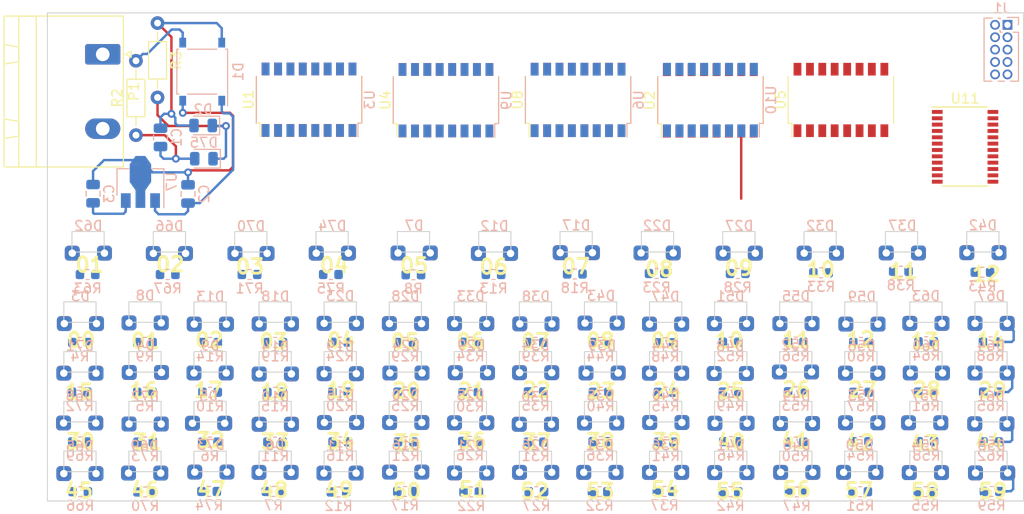
<source format=kicad_pcb>
(kicad_pcb (version 20171130) (host pcbnew 5.0.2-bee76a0~70~ubuntu16.04.1)
  (layers (0 F.Cu signal) (31 B.Cu signal) (34 B.Paste user hide) (35 F.Paste user hide) (36 B.SilkS user) (37 F.SilkS user) (38 B.Mask user) (39 F.Mask user) (44 Edge.Cuts user))
  (net 0 "")
  (net 1 "Net-(C1-Pad1)")
  (net 2 VO_12)
  (net 3 GND)
  (net 4 "Net-(C2-Pad1)")
  (net 5 3v3)
  (net 6 VI_12)
  (net 7 "Net-(D2-Pad1)")
  (net 8 M00)
  (net 9 "Net-(D3-Pad2)")
  (net 10 M16)
  (net 11 "Net-(D4-Pad2)")
  (net 12 "Net-(D5-Pad2)")
  (net 13 M32)
  (net 14 "Net-(D6-Pad2)")
  (net 15 M48)
  (net 16 "Net-(D7-Pad2)")
  (net 17 H05)
  (net 18 "Net-(D8-Pad2)")
  (net 19 M01)
  (net 20 "Net-(D9-Pad2)")
  (net 21 M17)
  (net 22 M33)
  (net 23 "Net-(D10-Pad2)")
  (net 24 "Net-(D11-Pad2)")
  (net 25 M49)
  (net 26 "Net-(D12-Pad2)")
  (net 27 H06)
  (net 28 M02)
  (net 29 "Net-(D13-Pad2)")
  (net 30 M18)
  (net 31 "Net-(D14-Pad2)")
  (net 32 "Net-(D15-Pad2)")
  (net 33 M34)
  (net 34 M50)
  (net 35 "Net-(D16-Pad2)")
  (net 36 "Net-(D17-Pad2)")
  (net 37 H07)
  (net 38 "Net-(D18-Pad2)")
  (net 39 M03)
  (net 40 "Net-(D19-Pad2)")
  (net 41 M19)
  (net 42 M35)
  (net 43 "Net-(D20-Pad2)")
  (net 44 M51)
  (net 45 "Net-(D21-Pad2)")
  (net 46 "Net-(D22-Pad2)")
  (net 47 H08)
  (net 48 M04)
  (net 49 "Net-(D23-Pad2)")
  (net 50 M20)
  (net 51 "Net-(D24-Pad2)")
  (net 52 "Net-(D25-Pad2)")
  (net 53 M36)
  (net 54 "Net-(D26-Pad2)")
  (net 55 M52)
  (net 56 H09)
  (net 57 "Net-(D27-Pad2)")
  (net 58 "Net-(D28-Pad2)")
  (net 59 M05)
  (net 60 "Net-(D29-Pad2)")
  (net 61 M21)
  (net 62 M37)
  (net 63 "Net-(D30-Pad2)")
  (net 64 "Net-(D31-Pad2)")
  (net 65 M53)
  (net 66 H10)
  (net 67 "Net-(D32-Pad2)")
  (net 68 M06)
  (net 69 "Net-(D33-Pad2)")
  (net 70 M22)
  (net 71 "Net-(D34-Pad2)")
  (net 72 "Net-(D35-Pad2)")
  (net 73 M38)
  (net 74 M54)
  (net 75 "Net-(D36-Pad2)")
  (net 76 H11)
  (net 77 "Net-(D37-Pad2)")
  (net 78 "Net-(D38-Pad2)")
  (net 79 M07)
  (net 80 M23)
  (net 81 "Net-(D39-Pad2)")
  (net 82 M39)
  (net 83 "Net-(D40-Pad2)")
  (net 84 "Net-(D41-Pad2)")
  (net 85 M55)
  (net 86 H12)
  (net 87 "Net-(D42-Pad2)")
  (net 88 "Net-(D43-Pad2)")
  (net 89 M08)
  (net 90 M24)
  (net 91 "Net-(D44-Pad2)")
  (net 92 M40)
  (net 93 "Net-(D45-Pad2)")
  (net 94 M56)
  (net 95 "Net-(D46-Pad2)")
  (net 96 M09)
  (net 97 "Net-(D47-Pad2)")
  (net 98 "Net-(D48-Pad2)")
  (net 99 M25)
  (net 100 "Net-(D49-Pad2)")
  (net 101 M41)
  (net 102 M57)
  (net 103 "Net-(D50-Pad2)")
  (net 104 "Net-(D51-Pad2)")
  (net 105 M10)
  (net 106 M26)
  (net 107 "Net-(D52-Pad2)")
  (net 108 M42)
  (net 109 "Net-(D53-Pad2)")
  (net 110 M58)
  (net 111 "Net-(D54-Pad2)")
  (net 112 "Net-(D55-Pad2)")
  (net 113 M11)
  (net 114 "Net-(D56-Pad2)")
  (net 115 M27)
  (net 116 "Net-(D57-Pad2)")
  (net 117 M43)
  (net 118 "Net-(D58-Pad2)")
  (net 119 M59)
  (net 120 M12)
  (net 121 "Net-(D59-Pad2)")
  (net 122 "Net-(D60-Pad2)")
  (net 123 M28)
  (net 124 M44)
  (net 125 "Net-(D61-Pad2)")
  (net 126 H01)
  (net 127 "Net-(D62-Pad2)")
  (net 128 "Net-(D63-Pad2)")
  (net 129 M13)
  (net 130 M29)
  (net 131 "Net-(D64-Pad2)")
  (net 132 M45)
  (net 133 "Net-(D65-Pad2)")
  (net 134 "Net-(D66-Pad2)")
  (net 135 H02)
  (net 136 M14)
  (net 137 "Net-(D67-Pad2)")
  (net 138 "Net-(D68-Pad2)")
  (net 139 M30)
  (net 140 M46)
  (net 141 "Net-(D69-Pad2)")
  (net 142 H03)
  (net 143 "Net-(D70-Pad2)")
  (net 144 "Net-(D71-Pad2)")
  (net 145 M15)
  (net 146 "Net-(D72-Pad2)")
  (net 147 M31)
  (net 148 "Net-(D73-Pad2)")
  (net 149 M47)
  (net 150 "Net-(D74-Pad2)")
  (net 151 H04)
  (net 152 SWDIO)
  (net 153 SWCLK)
  (net 154 "Net-(J1-Pad6)")
  (net 155 "Net-(J1-Pad7)")
  (net 156 "Net-(J1-Pad8)")
  (net 157 ~RST)
  (net 158 "Net-(P1-Pad1)")
  (net 159 "Net-(P1-Pad2)")
  (net 160 "Net-(U1-Pad9)")
  (net 161 OCS)
  (net 162 LSC)
  (net 163 "Net-(U1-Pad12)")
  (net 164 ~OE)
  (net 165 SD0)
  (net 166 "Net-(U1-Pad16)")
  (net 167 "Net-(U2-Pad9)")
  (net 168 "Net-(U2-Pad12)")
  (net 169 SD3)
  (net 170 "Net-(U2-Pad16)")
  (net 171 "Net-(U3-Pad16)")
  (net 172 SD6)
  (net 173 "Net-(U3-Pad12)")
  (net 174 "Net-(U3-Pad9)")
  (net 175 "Net-(U4-Pad9)")
  (net 176 "Net-(U4-Pad12)")
  (net 177 SD1)
  (net 178 "Net-(U4-Pad16)")
  (net 179 "Net-(U5-Pad9)")
  (net 180 "Net-(U5-Pad12)")
  (net 181 SD4)
  (net 182 "Net-(U5-Pad16)")
  (net 183 "Net-(U6-Pad9)")
  (net 184 "Net-(U6-Pad12)")
  (net 185 SD7)
  (net 186 "Net-(U6-Pad16)")
  (net 187 "Net-(U8-Pad16)")
  (net 188 SD2)
  (net 189 "Net-(U8-Pad12)")
  (net 190 "Net-(U8-Pad9)")
  (net 191 "Net-(U9-Pad16)")
  (net 192 SD5)
  (net 193 "Net-(U9-Pad12)")
  (net 194 "Net-(U9-Pad9)")
  (net 195 "Net-(U10-Pad16)")
  (net 196 SD8)
  (net 197 "Net-(U10-Pad12)")
  (net 198 "Net-(U10-Pad9)")
  (net 199 LCS)
  (net 200 "Net-(U11-Pad7)")
  (net 201 "Net-(U11-Pad11)")
  (net 202 "Net-(U11-Pad15)")
  (net 203 "Net-(U11-Pad16)")
  (net 204 "Net-(U11-Pad17)")
  (net 205 "Net-(U11-Pad20)")
  (net 206 "Net-(U11-Pad21)")
  (net 207 ~CLR)
  (module Capacitor_SMD:C_0805_2012Metric (layer B.Cu) (at 48.8442 96.901 90)
    (fp_text reference C1 (at 0 1.65 90) (layer B.SilkS) (effects (justify mirror)))
    (fp_text value 0.1uF)
    (pad 1 smd roundrect (at -0.9375 0 90) (size 0.975 1.4) (layers B.Cu B.Paste B.Mask) (net 1 "Net-(C1-Pad1)"))
    (pad 2 smd roundrect (at 0.9375 0 90) (size 0.975 1.4) (layers B.Cu B.Paste B.Mask) (net 2 VO_12))
  )
  (module Capacitor_SMD:C_0805_2012Metric (layer B.Cu) (at 51.6636 102.6945 90)
    (fp_text reference C2 (at 0 1.65 90) (layer B.SilkS) (effects (justify mirror)))
    (fp_text value 0.1uF)
    (pad 2 smd roundrect (at 0.9375 0 90) (size 0.975 1.4) (layers B.Cu B.Paste B.Mask) (net 3 GND))
    (pad 1 smd roundrect (at -0.9375 0 90) (size 0.975 1.4) (layers B.Cu B.Paste B.Mask) (net 4 "Net-(C2-Pad1)"))
  )
  (module Capacitor_SMD:C_0805_2012Metric (layer B.Cu) (at 41.9354 102.6668 90)
    (fp_text reference C3 (at 0 1.65 90) (layer B.SilkS) (effects (justify mirror)))
    (fp_text value 0.1uF)
    (pad 1 smd roundrect (at -0.9375 0 90) (size 0.975 1.4) (layers B.Cu B.Paste B.Mask) (net 5 3v3))
    (pad 2 smd roundrect (at 0.9375 0 90) (size 0.975 1.4) (layers B.Cu B.Paste B.Mask) (net 3 GND))
  )
  (module Diode_SMD:Diode_Bridge_Diotec_ABS (layer B.Cu) (at 53.118 90.1668 90)
    (fp_text reference D1 (at 0 3.7 90) (layer B.SilkS) (effects (justify mirror)))
    (fp_text value D_Bridge_+-AA)
    (pad 1 smd rect (at -2.975 2 90) (size 1 0.7) (layers B.Cu B.Paste B.Mask) (net 4 "Net-(C2-Pad1)"))
    (pad 2 smd rect (at -2.975 -2 90) (size 1 0.7) (layers B.Cu B.Paste B.Mask) (net 3 GND))
    (pad 3 smd rect (at 2.975 -2 90) (size 1 0.7) (layers B.Cu B.Paste B.Mask) (net 6 VI_12))
    (pad 4 smd rect (at 2.975 2 90) (size 1 0.7) (layers B.Cu B.Paste B.Mask) (net 2 VO_12))
  )
  (module Diode_SMD:D_0805_2012Metric (layer B.Cu) (at 53.213 95.6818 180)
    (fp_text reference D2 (at 0 1.65 180) (layer B.SilkS) (effects (justify mirror)))
    (fp_text value D)
    (pad 1 smd roundrect (at -0.9375 0 180) (size 0.975 1.4) (layers B.Cu B.Paste B.Mask) (net 7 "Net-(D2-Pad1)"))
    (pad 2 smd roundrect (at 0.9375 0 180) (size 0.975 1.4) (layers B.Cu B.Paste B.Mask) (net 2 VO_12))
  )
  (module Diode_SMD:D_0805_2012Metric (layer B.Cu) (at 53.2869 99.0854 180)
    (fp_text reference D75 (at 0 1.65 180) (layer B.SilkS) (effects (justify mirror)))
    (fp_text value D)
    (pad 2 smd roundrect (at 0.9375 0 180) (size 0.975 1.4) (layers B.Cu B.Paste B.Mask) (net 1 "Net-(C1-Pad1)"))
    (pad 1 smd roundrect (at -0.9375 0 180) (size 0.975 1.4) (layers B.Cu B.Paste B.Mask) (net 7 "Net-(D2-Pad1)"))
  )
  (module Connector_PinHeader_1.27mm:PinHeader_2x05_P1.27mm_Vertical (layer B.Cu) (at 135.6106 85.3694 180)
    (fp_text reference J1 (at 0.635 1.695 180) (layer B.SilkS) (effects (justify mirror)))
    (fp_text value Conn_02x05_Odd_Even)
    (pad 1 thru_hole rect (at 0 0 180) (size 1 1) (drill 0.65) (layers *.Cu *.Mask) (net 5 3v3))
    (pad 2 thru_hole oval (at 1.27 0 180) (size 1 1) (drill 0.65) (layers *.Cu *.Mask) (net 152 SWDIO))
    (pad 3 thru_hole oval (at 0 -1.27 180) (size 1 1) (drill 0.65) (layers *.Cu *.Mask) (net 3 GND))
    (pad 4 thru_hole oval (at 1.27 -1.27 180) (size 1 1) (drill 0.65) (layers *.Cu *.Mask) (net 153 SWCLK))
    (pad 5 thru_hole oval (at 0 -2.54 180) (size 1 1) (drill 0.65) (layers *.Cu *.Mask) (net 3 GND))
    (pad 6 thru_hole oval (at 1.27 -2.54 180) (size 1 1) (drill 0.65) (layers *.Cu *.Mask) (net 154 "Net-(J1-Pad6)"))
    (pad 7 thru_hole oval (at 0 -3.81 180) (size 1 1) (drill 0.65) (layers *.Cu *.Mask) (net 155 "Net-(J1-Pad7)"))
    (pad 8 thru_hole oval (at 1.27 -3.81 180) (size 1 1) (drill 0.65) (layers *.Cu *.Mask) (net 156 "Net-(J1-Pad8)"))
    (pad 9 thru_hole oval (at 0 -5.08 180) (size 1 1) (drill 0.65) (layers *.Cu *.Mask) (net 3 GND))
    (pad 10 thru_hole oval (at 1.27 -5.08 180) (size 1 1) (drill 0.65) (layers *.Cu *.Mask) (net 157 ~RST))
  )
  (module Package_TO_SOT_SMD:SOT-89-3 (layer B.Cu) (at 46.7868 101.8921 90)
    (fp_text reference U7 (at 0.45 3.2 90) (layer B.SilkS) (effects (justify mirror)))
    (fp_text value L78L33ABU)
    (pad 2 smd trapezoid (at 2.667 0 180) (size 1.6 0.85) (rect_delta 0 -0.6) (layers B.Cu B.Paste B.Mask) (net 3 GND))
    (pad 1 smd rect (at -1.48 1.5 180) (size 1 1.5) (layers B.Cu B.Paste B.Mask) (net 4 "Net-(C2-Pad1)"))
    (pad 2 smd rect (at -1.3335 0 180) (size 1 1.8) (layers B.Cu B.Paste B.Mask) (net 3 GND))
    (pad 3 smd rect (at -1.48 -1.5 180) (size 1 1.5) (layers B.Cu B.Paste B.Mask) (net 5 3v3))
    (pad 2 smd rect (at 1.3335 0 180) (size 2.2 1.84) (layers B.Cu B.Paste B.Mask) (net 3 GND))
    (pad 2 smd trapezoid (at -0.0762 0) (size 1.5 1) (rect_delta 0 -0.7) (layers B.Cu B.Paste B.Mask) (net 3 GND))
  )
  (module Connector_Phoenix_GMSTB:PhoenixContact_GMSTBA_2,5_2-G-7,62_1x02_P7.62mm_Horizontal (layer F.Cu) (at 42.926 88.392 270)
    (fp_text reference P1 (at 3.81 -3.2 270) (layer F.SilkS))
    (fp_text value Conn_WallPlug)
    (pad 1 thru_hole roundrect (at 0 0 270) (size 2.1 3.6) (drill 1.4) (layers *.Cu *.Mask) (roundrect_rratio 0.119048) (net 158 "Net-(P1-Pad1)"))
    (pad 2 thru_hole oval (at 7.62 0 270) (size 2.1 3.6) (drill 1.4) (layers *.Cu *.Mask) (net 159 "Net-(P1-Pad2)"))
  )
  (module Resistor_THT:R_Axial_DIN0204_L3.6mm_D1.6mm_P7.62mm_Horizontal (layer F.Cu) (at 46.3296 96.6724 90)
    (fp_text reference R2 (at 3.81 -1.92 90) (layer F.SilkS))
    (fp_text value 4.7K)
    (pad 1 thru_hole circle (at 0 0 90) (size 1.4 1.4) (drill 0.7) (layers *.Cu *.Mask) (net 1 "Net-(C1-Pad1)"))
    (pad 2 thru_hole oval (at 7.62 0 90) (size 1.4 1.4) (drill 0.7) (layers *.Cu *.Mask) (net 6 VI_12))
  )
  (module Resistor_THT:R_Axial_DIN0204_L3.6mm_D1.6mm_P7.62mm_Horizontal (layer F.Cu) (at 48.5394 85.1916 270)
    (fp_text reference R3 (at 3.81 -1.92 270) (layer F.SilkS))
    (fp_text value 2.2K)
    (pad 2 thru_hole oval (at 7.62 0 270) (size 1.4 1.4) (drill 0.7) (layers *.Cu *.Mask) (net 7 "Net-(D2-Pad1)"))
    (pad 1 thru_hole circle (at 0 0 270) (size 1.4 1.4) (drill 0.7) (layers *.Cu *.Mask) (net 2 VO_12))
  )
  (module Package_SO:SOP-16_4.4x10.4mm_P1.27mm (layer F.Cu) (at 64.0538 93.0406 90)
    (fp_text reference U1 (at 0 -6.2 90) (layer F.SilkS))
    (fp_text value 74HC596)
    (pad 1 smd rect (at -3.15 -4.45 90) (size 1.3 0.8) (layers F.Cu F.Paste F.Mask) (net 19 M01))
    (pad 2 smd rect (at -3.15 -3.17 90) (size 1.3 0.8) (layers F.Cu F.Paste F.Mask) (net 28 M02))
    (pad 3 smd rect (at -3.15 -1.91 90) (size 1.3 0.8) (layers F.Cu F.Paste F.Mask) (net 39 M03))
    (pad 4 smd rect (at -3.15 -0.64 90) (size 1.3 0.8) (layers F.Cu F.Paste F.Mask) (net 48 M04))
    (pad 5 smd rect (at -3.15 0.64 90) (size 1.3 0.8) (layers F.Cu F.Paste F.Mask) (net 59 M05))
    (pad 6 smd rect (at -3.15 1.91 90) (size 1.3 0.8) (layers F.Cu F.Paste F.Mask) (net 68 M06))
    (pad 7 smd rect (at -3.15 3.17 90) (size 1.3 0.8) (layers F.Cu F.Paste F.Mask) (net 79 M07))
    (pad 8 smd rect (at -3.15 4.45 90) (size 1.3 0.8) (layers F.Cu F.Paste F.Mask) (net 3 GND))
    (pad 9 smd rect (at 3.15 4.45 90) (size 1.3 0.8) (layers F.Cu F.Paste F.Mask) (net 160 "Net-(U1-Pad9)"))
    (pad 10 smd rect (at 3.15 3.17 90) (size 1.3 0.8) (layers F.Cu F.Paste F.Mask) (net 161 OCS))
    (pad 11 smd rect (at 3.15 1.91 90) (size 1.3 0.8) (layers F.Cu F.Paste F.Mask) (net 162 LSC))
    (pad 12 smd rect (at 3.15 0.64 90) (size 1.3 0.8) (layers F.Cu F.Paste F.Mask) (net 163 "Net-(U1-Pad12)"))
    (pad 13 smd rect (at 3.15 -0.64 90) (size 1.3 0.8) (layers F.Cu F.Paste F.Mask) (net 164 ~OE))
    (pad 14 smd rect (at 3.15 -1.91 90) (size 1.3 0.8) (layers F.Cu F.Paste F.Mask) (net 165 SD0))
    (pad 15 smd rect (at 3.15 -3.17 90) (size 1.3 0.8) (layers F.Cu F.Paste F.Mask) (net 8 M00))
    (pad 16 smd rect (at 3.15 -4.45 90) (size 1.3 0.8) (layers F.Cu F.Paste F.Mask) (net 166 "Net-(U1-Pad16)"))
  )
  (module Package_SO:SOP-16_4.4x10.4mm_P1.27mm (layer F.Cu) (at 105.161 93.116 90)
    (fp_text reference U2 (at 0 -6.2 90) (layer F.SilkS))
    (fp_text value 74HC596)
    (pad 1 smd rect (at -3.15 -4.45 90) (size 1.3 0.8) (layers F.Cu F.Paste F.Mask) (net 99 M25))
    (pad 2 smd rect (at -3.15 -3.17 90) (size 1.3 0.8) (layers F.Cu F.Paste F.Mask) (net 106 M26))
    (pad 3 smd rect (at -3.15 -1.91 90) (size 1.3 0.8) (layers F.Cu F.Paste F.Mask) (net 115 M27))
    (pad 4 smd rect (at -3.15 -0.64 90) (size 1.3 0.8) (layers F.Cu F.Paste F.Mask) (net 123 M28))
    (pad 5 smd rect (at -3.15 0.64 90) (size 1.3 0.8) (layers F.Cu F.Paste F.Mask) (net 130 M29))
    (pad 6 smd rect (at -3.15 1.91 90) (size 1.3 0.8) (layers F.Cu F.Paste F.Mask) (net 139 M30))
    (pad 7 smd rect (at -3.15 3.17 90) (size 1.3 0.8) (layers F.Cu F.Paste F.Mask) (net 147 M31))
    (pad 8 smd rect (at -3.15 4.45 90) (size 1.3 0.8) (layers F.Cu F.Paste F.Mask) (net 3 GND))
    (pad 9 smd rect (at 3.15 4.45 90) (size 1.3 0.8) (layers F.Cu F.Paste F.Mask) (net 167 "Net-(U2-Pad9)"))
    (pad 10 smd rect (at 3.15 3.17 90) (size 1.3 0.8) (layers F.Cu F.Paste F.Mask) (net 161 OCS))
    (pad 11 smd rect (at 3.15 1.91 90) (size 1.3 0.8) (layers F.Cu F.Paste F.Mask) (net 162 LSC))
    (pad 12 smd rect (at 3.15 0.64 90) (size 1.3 0.8) (layers F.Cu F.Paste F.Mask) (net 168 "Net-(U2-Pad12)"))
    (pad 13 smd rect (at 3.15 -0.64 90) (size 1.3 0.8) (layers F.Cu F.Paste F.Mask) (net 164 ~OE))
    (pad 14 smd rect (at 3.15 -1.91 90) (size 1.3 0.8) (layers F.Cu F.Paste F.Mask) (net 169 SD3))
    (pad 15 smd rect (at 3.15 -3.17 90) (size 1.3 0.8) (layers F.Cu F.Paste F.Mask) (net 90 M24))
    (pad 16 smd rect (at 3.15 -4.45 90) (size 1.3 0.8) (layers F.Cu F.Paste F.Mask) (net 170 "Net-(U2-Pad16)"))
  )
  (module Package_SO:SOP-16_4.4x10.4mm_P1.27mm (layer B.Cu) (at 64.0638 93.0406 90)
    (fp_text reference U3 (at 0 6.2 90) (layer B.SilkS) (effects (justify mirror)))
    (fp_text value 74HC596)
    (pad 16 smd rect (at 3.15 4.45 90) (size 1.3 0.8) (layers B.Cu B.Paste B.Mask) (net 171 "Net-(U3-Pad16)"))
    (pad 15 smd rect (at 3.15 3.17 90) (size 1.3 0.8) (layers B.Cu B.Paste B.Mask) (net 15 M48))
    (pad 14 smd rect (at 3.15 1.91 90) (size 1.3 0.8) (layers B.Cu B.Paste B.Mask) (net 172 SD6))
    (pad 13 smd rect (at 3.15 0.64 90) (size 1.3 0.8) (layers B.Cu B.Paste B.Mask) (net 164 ~OE))
    (pad 12 smd rect (at 3.15 -0.64 90) (size 1.3 0.8) (layers B.Cu B.Paste B.Mask) (net 173 "Net-(U3-Pad12)"))
    (pad 11 smd rect (at 3.15 -1.91 90) (size 1.3 0.8) (layers B.Cu B.Paste B.Mask) (net 162 LSC))
    (pad 10 smd rect (at 3.15 -3.17 90) (size 1.3 0.8) (layers B.Cu B.Paste B.Mask) (net 161 OCS))
    (pad 9 smd rect (at 3.15 -4.45 90) (size 1.3 0.8) (layers B.Cu B.Paste B.Mask) (net 174 "Net-(U3-Pad9)"))
    (pad 8 smd rect (at -3.15 -4.45 90) (size 1.3 0.8) (layers B.Cu B.Paste B.Mask) (net 3 GND))
    (pad 7 smd rect (at -3.15 -3.17 90) (size 1.3 0.8) (layers B.Cu B.Paste B.Mask) (net 85 M55))
    (pad 6 smd rect (at -3.15 -1.91 90) (size 1.3 0.8) (layers B.Cu B.Paste B.Mask) (net 74 M54))
    (pad 5 smd rect (at -3.15 -0.64 90) (size 1.3 0.8) (layers B.Cu B.Paste B.Mask) (net 65 M53))
    (pad 4 smd rect (at -3.15 0.64 90) (size 1.3 0.8) (layers B.Cu B.Paste B.Mask) (net 55 M52))
    (pad 3 smd rect (at -3.15 1.91 90) (size 1.3 0.8) (layers B.Cu B.Paste B.Mask) (net 44 M51))
    (pad 2 smd rect (at -3.15 3.17 90) (size 1.3 0.8) (layers B.Cu B.Paste B.Mask) (net 34 M50))
    (pad 1 smd rect (at -3.15 4.45 90) (size 1.3 0.8) (layers B.Cu B.Paste B.Mask) (net 25 M49))
  )
  (module Package_SO:SOP-16_4.4x10.4mm_P1.27mm (layer F.Cu) (at 78.0846 93.0906 90)
    (fp_text reference U4 (at 0 -6.2 90) (layer F.SilkS))
    (fp_text value 74HC596)
    (pad 1 smd rect (at -3.15 -4.45 90) (size 1.3 0.8) (layers F.Cu F.Paste F.Mask) (net 96 M09))
    (pad 2 smd rect (at -3.15 -3.17 90) (size 1.3 0.8) (layers F.Cu F.Paste F.Mask) (net 105 M10))
    (pad 3 smd rect (at -3.15 -1.91 90) (size 1.3 0.8) (layers F.Cu F.Paste F.Mask) (net 113 M11))
    (pad 4 smd rect (at -3.15 -0.64 90) (size 1.3 0.8) (layers F.Cu F.Paste F.Mask) (net 120 M12))
    (pad 5 smd rect (at -3.15 0.64 90) (size 1.3 0.8) (layers F.Cu F.Paste F.Mask) (net 129 M13))
    (pad 6 smd rect (at -3.15 1.91 90) (size 1.3 0.8) (layers F.Cu F.Paste F.Mask) (net 136 M14))
    (pad 7 smd rect (at -3.15 3.17 90) (size 1.3 0.8) (layers F.Cu F.Paste F.Mask) (net 145 M15))
    (pad 8 smd rect (at -3.15 4.45 90) (size 1.3 0.8) (layers F.Cu F.Paste F.Mask) (net 3 GND))
    (pad 9 smd rect (at 3.15 4.45 90) (size 1.3 0.8) (layers F.Cu F.Paste F.Mask) (net 175 "Net-(U4-Pad9)"))
    (pad 10 smd rect (at 3.15 3.17 90) (size 1.3 0.8) (layers F.Cu F.Paste F.Mask) (net 161 OCS))
    (pad 11 smd rect (at 3.15 1.91 90) (size 1.3 0.8) (layers F.Cu F.Paste F.Mask) (net 162 LSC))
    (pad 12 smd rect (at 3.15 0.64 90) (size 1.3 0.8) (layers F.Cu F.Paste F.Mask) (net 176 "Net-(U4-Pad12)"))
    (pad 13 smd rect (at 3.15 -0.64 90) (size 1.3 0.8) (layers F.Cu F.Paste F.Mask) (net 164 ~OE))
    (pad 14 smd rect (at 3.15 -1.91 90) (size 1.3 0.8) (layers F.Cu F.Paste F.Mask) (net 177 SD1))
    (pad 15 smd rect (at 3.15 -3.17 90) (size 1.3 0.8) (layers F.Cu F.Paste F.Mask) (net 89 M08))
    (pad 16 smd rect (at 3.15 -4.45 90) (size 1.3 0.8) (layers F.Cu F.Paste F.Mask) (net 178 "Net-(U4-Pad16)"))
  )
  (module Package_SO:SOP-16_4.4x10.4mm_P1.27mm (layer F.Cu) (at 118.5468 93.066 90)
    (fp_text reference U5 (at 0 -6.2 90) (layer F.SilkS))
    (fp_text value 74HC596)
    (pad 1 smd rect (at -3.15 -4.45 90) (size 1.3 0.8) (layers F.Cu F.Paste F.Mask) (net 22 M33))
    (pad 2 smd rect (at -3.15 -3.17 90) (size 1.3 0.8) (layers F.Cu F.Paste F.Mask) (net 33 M34))
    (pad 3 smd rect (at -3.15 -1.91 90) (size 1.3 0.8) (layers F.Cu F.Paste F.Mask) (net 42 M35))
    (pad 4 smd rect (at -3.15 -0.64 90) (size 1.3 0.8) (layers F.Cu F.Paste F.Mask) (net 53 M36))
    (pad 5 smd rect (at -3.15 0.64 90) (size 1.3 0.8) (layers F.Cu F.Paste F.Mask) (net 62 M37))
    (pad 6 smd rect (at -3.15 1.91 90) (size 1.3 0.8) (layers F.Cu F.Paste F.Mask) (net 73 M38))
    (pad 7 smd rect (at -3.15 3.17 90) (size 1.3 0.8) (layers F.Cu F.Paste F.Mask) (net 82 M39))
    (pad 8 smd rect (at -3.15 4.45 90) (size 1.3 0.8) (layers F.Cu F.Paste F.Mask) (net 3 GND))
    (pad 9 smd rect (at 3.15 4.45 90) (size 1.3 0.8) (layers F.Cu F.Paste F.Mask) (net 179 "Net-(U5-Pad9)"))
    (pad 10 smd rect (at 3.15 3.17 90) (size 1.3 0.8) (layers F.Cu F.Paste F.Mask) (net 161 OCS))
    (pad 11 smd rect (at 3.15 1.91 90) (size 1.3 0.8) (layers F.Cu F.Paste F.Mask) (net 162 LSC))
    (pad 12 smd rect (at 3.15 0.64 90) (size 1.3 0.8) (layers F.Cu F.Paste F.Mask) (net 180 "Net-(U5-Pad12)"))
    (pad 13 smd rect (at 3.15 -0.64 90) (size 1.3 0.8) (layers F.Cu F.Paste F.Mask) (net 164 ~OE))
    (pad 14 smd rect (at 3.15 -1.91 90) (size 1.3 0.8) (layers F.Cu F.Paste F.Mask) (net 181 SD4))
    (pad 15 smd rect (at 3.15 -3.17 90) (size 1.3 0.8) (layers F.Cu F.Paste F.Mask) (net 13 M32))
    (pad 16 smd rect (at 3.15 -4.45 90) (size 1.3 0.8) (layers F.Cu F.Paste F.Mask) (net 182 "Net-(U5-Pad16)"))
  )
  (module Package_SO:SOP-16_4.4x10.4mm_P1.27mm (layer B.Cu) (at 91.6228 93.0652 90)
    (fp_text reference U6 (at 0 6.2 90) (layer B.SilkS) (effects (justify mirror)))
    (fp_text value 74HC596)
    (pad 1 smd rect (at -3.15 4.45 90) (size 1.3 0.8) (layers B.Cu B.Paste B.Mask) (net 102 M57))
    (pad 2 smd rect (at -3.15 3.17 90) (size 1.3 0.8) (layers B.Cu B.Paste B.Mask) (net 110 M58))
    (pad 3 smd rect (at -3.15 1.91 90) (size 1.3 0.8) (layers B.Cu B.Paste B.Mask) (net 119 M59))
    (pad 4 smd rect (at -3.15 0.64 90) (size 1.3 0.8) (layers B.Cu B.Paste B.Mask) (net 126 H01))
    (pad 5 smd rect (at -3.15 -0.64 90) (size 1.3 0.8) (layers B.Cu B.Paste B.Mask) (net 135 H02))
    (pad 6 smd rect (at -3.15 -1.91 90) (size 1.3 0.8) (layers B.Cu B.Paste B.Mask) (net 142 H03))
    (pad 7 smd rect (at -3.15 -3.17 90) (size 1.3 0.8) (layers B.Cu B.Paste B.Mask) (net 151 H04))
    (pad 8 smd rect (at -3.15 -4.45 90) (size 1.3 0.8) (layers B.Cu B.Paste B.Mask) (net 3 GND))
    (pad 9 smd rect (at 3.15 -4.45 90) (size 1.3 0.8) (layers B.Cu B.Paste B.Mask) (net 183 "Net-(U6-Pad9)"))
    (pad 10 smd rect (at 3.15 -3.17 90) (size 1.3 0.8) (layers B.Cu B.Paste B.Mask) (net 161 OCS))
    (pad 11 smd rect (at 3.15 -1.91 90) (size 1.3 0.8) (layers B.Cu B.Paste B.Mask) (net 162 LSC))
    (pad 12 smd rect (at 3.15 -0.64 90) (size 1.3 0.8) (layers B.Cu B.Paste B.Mask) (net 184 "Net-(U6-Pad12)"))
    (pad 13 smd rect (at 3.15 0.64 90) (size 1.3 0.8) (layers B.Cu B.Paste B.Mask) (net 164 ~OE))
    (pad 14 smd rect (at 3.15 1.91 90) (size 1.3 0.8) (layers B.Cu B.Paste B.Mask) (net 185 SD7))
    (pad 15 smd rect (at 3.15 3.17 90) (size 1.3 0.8) (layers B.Cu B.Paste B.Mask) (net 94 M56))
    (pad 16 smd rect (at 3.15 4.45 90) (size 1.3 0.8) (layers B.Cu B.Paste B.Mask) (net 186 "Net-(U6-Pad16)"))
  )
  (module Package_SO:SOP-16_4.4x10.4mm_P1.27mm (layer F.Cu) (at 91.6228 93.066 90)
    (fp_text reference U8 (at 0 -6.2 90) (layer F.SilkS))
    (fp_text value 74HC596)
    (pad 16 smd rect (at 3.15 -4.45 90) (size 1.3 0.8) (layers F.Cu F.Paste F.Mask) (net 187 "Net-(U8-Pad16)"))
    (pad 15 smd rect (at 3.15 -3.17 90) (size 1.3 0.8) (layers F.Cu F.Paste F.Mask) (net 10 M16))
    (pad 14 smd rect (at 3.15 -1.91 90) (size 1.3 0.8) (layers F.Cu F.Paste F.Mask) (net 188 SD2))
    (pad 13 smd rect (at 3.15 -0.64 90) (size 1.3 0.8) (layers F.Cu F.Paste F.Mask) (net 164 ~OE))
    (pad 12 smd rect (at 3.15 0.64 90) (size 1.3 0.8) (layers F.Cu F.Paste F.Mask) (net 189 "Net-(U8-Pad12)"))
    (pad 11 smd rect (at 3.15 1.91 90) (size 1.3 0.8) (layers F.Cu F.Paste F.Mask) (net 162 LSC))
    (pad 10 smd rect (at 3.15 3.17 90) (size 1.3 0.8) (layers F.Cu F.Paste F.Mask) (net 161 OCS))
    (pad 9 smd rect (at 3.15 4.45 90) (size 1.3 0.8) (layers F.Cu F.Paste F.Mask) (net 190 "Net-(U8-Pad9)"))
    (pad 8 smd rect (at -3.15 4.45 90) (size 1.3 0.8) (layers F.Cu F.Paste F.Mask) (net 3 GND))
    (pad 7 smd rect (at -3.15 3.17 90) (size 1.3 0.8) (layers F.Cu F.Paste F.Mask) (net 80 M23))
    (pad 6 smd rect (at -3.15 1.91 90) (size 1.3 0.8) (layers F.Cu F.Paste F.Mask) (net 70 M22))
    (pad 5 smd rect (at -3.15 0.64 90) (size 1.3 0.8) (layers F.Cu F.Paste F.Mask) (net 61 M21))
    (pad 4 smd rect (at -3.15 -0.64 90) (size 1.3 0.8) (layers F.Cu F.Paste F.Mask) (net 50 M20))
    (pad 3 smd rect (at -3.15 -1.91 90) (size 1.3 0.8) (layers F.Cu F.Paste F.Mask) (net 41 M19))
    (pad 2 smd rect (at -3.15 -3.17 90) (size 1.3 0.8) (layers F.Cu F.Paste F.Mask) (net 30 M18))
    (pad 1 smd rect (at -3.15 -4.45 90) (size 1.3 0.8) (layers F.Cu F.Paste F.Mask) (net 21 M17))
  )
  (module Package_SO:SOP-16_4.4x10.4mm_P1.27mm (layer B.Cu) (at 78.0846 93.0906 90)
    (fp_text reference U9 (at 0 6.2 90) (layer B.SilkS) (effects (justify mirror)))
    (fp_text value 74HC596)
    (pad 16 smd rect (at 3.15 4.45 90) (size 1.3 0.8) (layers B.Cu B.Paste B.Mask) (net 191 "Net-(U9-Pad16)"))
    (pad 15 smd rect (at 3.15 3.17 90) (size 1.3 0.8) (layers B.Cu B.Paste B.Mask) (net 92 M40))
    (pad 14 smd rect (at 3.15 1.91 90) (size 1.3 0.8) (layers B.Cu B.Paste B.Mask) (net 192 SD5))
    (pad 13 smd rect (at 3.15 0.64 90) (size 1.3 0.8) (layers B.Cu B.Paste B.Mask) (net 164 ~OE))
    (pad 12 smd rect (at 3.15 -0.64 90) (size 1.3 0.8) (layers B.Cu B.Paste B.Mask) (net 193 "Net-(U9-Pad12)"))
    (pad 11 smd rect (at 3.15 -1.91 90) (size 1.3 0.8) (layers B.Cu B.Paste B.Mask) (net 162 LSC))
    (pad 10 smd rect (at 3.15 -3.17 90) (size 1.3 0.8) (layers B.Cu B.Paste B.Mask) (net 161 OCS))
    (pad 9 smd rect (at 3.15 -4.45 90) (size 1.3 0.8) (layers B.Cu B.Paste B.Mask) (net 194 "Net-(U9-Pad9)"))
    (pad 8 smd rect (at -3.15 -4.45 90) (size 1.3 0.8) (layers B.Cu B.Paste B.Mask) (net 3 GND))
    (pad 7 smd rect (at -3.15 -3.17 90) (size 1.3 0.8) (layers B.Cu B.Paste B.Mask) (net 149 M47))
    (pad 6 smd rect (at -3.15 -1.91 90) (size 1.3 0.8) (layers B.Cu B.Paste B.Mask) (net 140 M46))
    (pad 5 smd rect (at -3.15 -0.64 90) (size 1.3 0.8) (layers B.Cu B.Paste B.Mask) (net 132 M45))
    (pad 4 smd rect (at -3.15 0.64 90) (size 1.3 0.8) (layers B.Cu B.Paste B.Mask) (net 124 M44))
    (pad 3 smd rect (at -3.15 1.91 90) (size 1.3 0.8) (layers B.Cu B.Paste B.Mask) (net 117 M43))
    (pad 2 smd rect (at -3.15 3.17 90) (size 1.3 0.8) (layers B.Cu B.Paste B.Mask) (net 108 M42))
    (pad 1 smd rect (at -3.15 4.45 90) (size 1.3 0.8) (layers B.Cu B.Paste B.Mask) (net 101 M41))
  )
  (module Package_SO:SOP-16_4.4x10.4mm_P1.27mm (layer B.Cu) (at 105.1864 93.0652 90)
    (fp_text reference U10 (at 0 6.2 90) (layer B.SilkS) (effects (justify mirror)))
    (fp_text value 74HC596)
    (pad 16 smd rect (at 3.15 4.45 90) (size 1.3 0.8) (layers B.Cu B.Paste B.Mask) (net 195 "Net-(U10-Pad16)"))
    (pad 15 smd rect (at 3.15 3.17 90) (size 1.3 0.8) (layers B.Cu B.Paste B.Mask) (net 17 H05))
    (pad 14 smd rect (at 3.15 1.91 90) (size 1.3 0.8) (layers B.Cu B.Paste B.Mask) (net 196 SD8))
    (pad 13 smd rect (at 3.15 0.64 90) (size 1.3 0.8) (layers B.Cu B.Paste B.Mask) (net 164 ~OE))
    (pad 12 smd rect (at 3.15 -0.64 90) (size 1.3 0.8) (layers B.Cu B.Paste B.Mask) (net 197 "Net-(U10-Pad12)"))
    (pad 11 smd rect (at 3.15 -1.91 90) (size 1.3 0.8) (layers B.Cu B.Paste B.Mask) (net 162 LSC))
    (pad 10 smd rect (at 3.15 -3.17 90) (size 1.3 0.8) (layers B.Cu B.Paste B.Mask) (net 161 OCS))
    (pad 9 smd rect (at 3.15 -4.45 90) (size 1.3 0.8) (layers B.Cu B.Paste B.Mask) (net 198 "Net-(U10-Pad9)"))
    (pad 8 smd rect (at -3.15 -4.45 90) (size 1.3 0.8) (layers B.Cu B.Paste B.Mask) (net 3 GND))
    (pad 7 smd rect (at -3.15 -3.17 90) (size 1.3 0.8) (layers B.Cu B.Paste B.Mask) (net 86 H12))
    (pad 6 smd rect (at -3.15 -1.91 90) (size 1.3 0.8) (layers B.Cu B.Paste B.Mask) (net 76 H11))
    (pad 5 smd rect (at -3.15 -0.64 90) (size 1.3 0.8) (layers B.Cu B.Paste B.Mask) (net 66 H10))
    (pad 4 smd rect (at -3.15 0.64 90) (size 1.3 0.8) (layers B.Cu B.Paste B.Mask) (net 56 H09))
    (pad 3 smd rect (at -3.15 1.91 90) (size 1.3 0.8) (layers B.Cu B.Paste B.Mask) (net 47 H08))
    (pad 2 smd rect (at -3.15 3.17 90) (size 1.3 0.8) (layers B.Cu B.Paste B.Mask) (net 37 H07))
    (pad 1 smd rect (at -3.15 4.45 90) (size 1.3 0.8) (layers B.Cu B.Paste B.Mask) (net 27 H06))
  )
  (module Package_SO:TSSOP-24_4.4x7.8mm_P0.65mm (layer F.Cu) (at 131.2672 97.8662)
    (fp_text reference U11 (at 0 -4.95) (layer F.SilkS))
    (fp_text value LPC804-TSSOP24)
    (pad 1 smd rect (at -2.85 -3.575) (size 1.1 0.4) (layers F.Cu F.Paste F.Mask) (net 169 SD3))
    (pad 2 smd rect (at -2.85 -2.925) (size 1.1 0.4) (layers F.Cu F.Paste F.Mask) (net 192 SD5))
    (pad 3 smd rect (at -2.85 -2.275) (size 1.1 0.4) (layers F.Cu F.Paste F.Mask) (net 181 SD4))
    (pad 4 smd rect (at -2.85 -1.625) (size 1.1 0.4) (layers F.Cu F.Paste F.Mask) (net 196 SD8))
    (pad 5 smd rect (at -2.85 -0.975) (size 1.1 0.4) (layers F.Cu F.Paste F.Mask) (net 199 LCS))
    (pad 6 smd rect (at -2.85 -0.325) (size 1.1 0.4) (layers F.Cu F.Paste F.Mask) (net 157 ~RST))
    (pad 7 smd rect (at -2.85 0.325) (size 1.1 0.4) (layers F.Cu F.Paste F.Mask) (net 200 "Net-(U11-Pad7)"))
    (pad 8 smd rect (at -2.85 0.975) (size 1.1 0.4) (layers F.Cu F.Paste F.Mask) (net 153 SWCLK))
    (pad 9 smd rect (at -2.85 1.625) (size 1.1 0.4) (layers F.Cu F.Paste F.Mask) (net 152 SWDIO))
    (pad 10 smd rect (at -2.85 2.275) (size 1.1 0.4) (layers F.Cu F.Paste F.Mask) (net 161 OCS))
    (pad 11 smd rect (at -2.85 2.925) (size 1.1 0.4) (layers F.Cu F.Paste F.Mask) (net 201 "Net-(U11-Pad11)"))
    (pad 12 smd rect (at -2.85 3.575) (size 1.1 0.4) (layers F.Cu F.Paste F.Mask) (net 165 SD0))
    (pad 13 smd rect (at 2.85 3.575) (size 1.1 0.4) (layers F.Cu F.Paste F.Mask) (net 177 SD1))
    (pad 14 smd rect (at 2.85 2.925) (size 1.1 0.4) (layers F.Cu F.Paste F.Mask) (net 172 SD6))
    (pad 15 smd rect (at 2.85 2.275) (size 1.1 0.4) (layers F.Cu F.Paste F.Mask) (net 202 "Net-(U11-Pad15)"))
    (pad 16 smd rect (at 2.85 1.625) (size 1.1 0.4) (layers F.Cu F.Paste F.Mask) (net 203 "Net-(U11-Pad16)"))
    (pad 17 smd rect (at 2.85 0.975) (size 1.1 0.4) (layers F.Cu F.Paste F.Mask) (net 204 "Net-(U11-Pad17)"))
    (pad 18 smd rect (at 2.85 0.325) (size 1.1 0.4) (layers F.Cu F.Paste F.Mask) (net 5 3v3))
    (pad 19 smd rect (at 2.85 -0.325) (size 1.1 0.4) (layers F.Cu F.Paste F.Mask) (net 3 GND))
    (pad 20 smd rect (at 2.85 -0.975) (size 1.1 0.4) (layers F.Cu F.Paste F.Mask) (net 205 "Net-(U11-Pad20)"))
    (pad 21 smd rect (at 2.85 -1.625) (size 1.1 0.4) (layers F.Cu F.Paste F.Mask) (net 206 "Net-(U11-Pad21)"))
    (pad 22 smd rect (at 2.85 -2.275) (size 1.1 0.4) (layers F.Cu F.Paste F.Mask) (net 207 ~CLR))
    (pad 23 smd rect (at 2.85 -2.925) (size 1.1 0.4) (layers F.Cu F.Paste F.Mask) (net 185 SD7))
    (pad 24 smd rect (at 2.85 -3.575) (size 1.1 0.4) (layers F.Cu F.Paste F.Mask) (net 188 SD2))
  )
  (module LTST-S110KGKT_castellated:LTST-S110KGKT_castellated_silkV1_rounded_rec (layer B.Cu) (at 40.641 115.9764)
    (fp_text reference D3 (at 0 -2.8) (layer B.SilkS) (effects (justify mirror)))
    (fp_text value LED hide)
    (pad 1 thru_hole roundrect (at -1.65 0 270) (size 1.524 1.524) (drill 0.762) (layers *.Cu *.Mask) (net 8 M00))
    (pad 2 thru_hole roundrect (at 1.65 0) (size 1.524 1.524) (drill 0.762) (layers *.Cu *.Mask) (net 9 "Net-(D3-Pad2)"))
  )
  (module LTST-S110KGKT_castellated:LTST-S110KGKT_castellated_silkV1_rounded_rec (layer B.Cu) (at 47.2938 120.9802)
    (fp_text reference D4 (at 0 -2.8) (layer B.SilkS) (effects (justify mirror)))
    (fp_text value LED hide)
    (pad 1 thru_hole roundrect (at -1.65 0 270) (size 1.524 1.524) (drill 0.762) (layers *.Cu *.Mask) (net 10 M16))
    (pad 2 thru_hole roundrect (at 1.65 0) (size 1.524 1.524) (drill 0.762) (layers *.Cu *.Mask) (net 11 "Net-(D4-Pad2)"))
  )
  (module LTST-S110KGKT_castellated:LTST-S110KGKT_castellated_silkV1_rounded_rec (layer B.Cu) (at 53.7708 126.1872)
    (fp_text reference D5 (at 0 -2.8) (layer B.SilkS) (effects (justify mirror)))
    (fp_text value LED hide)
    (pad 1 thru_hole roundrect (at -1.65 0 270) (size 1.524 1.524) (drill 0.762) (layers *.Cu *.Mask) (net 13 M32))
    (pad 2 thru_hole roundrect (at 1.65 0) (size 1.524 1.524) (drill 0.762) (layers *.Cu *.Mask) (net 12 "Net-(D5-Pad2)"))
  )
  (module LTST-S110KGKT_castellated:LTST-S110KGKT_castellated_silkV1_rounded_rec (layer B.Cu) (at 60.579 131.2164)
    (fp_text reference D6 (at 0 -2.8) (layer B.SilkS) (effects (justify mirror)))
    (fp_text value LED hide)
    (pad 1 thru_hole roundrect (at -1.65 0 270) (size 1.524 1.524) (drill 0.762) (layers *.Cu *.Mask) (net 15 M48))
    (pad 2 thru_hole roundrect (at 1.65 0) (size 1.524 1.524) (drill 0.762) (layers *.Cu *.Mask) (net 14 "Net-(D6-Pad2)"))
  )
  (module LTST-S110KGKT_castellated:LTST-S110KGKT_castellated_silkV1_rounded_rec (layer B.Cu) (at 74.8294 108.7374)
    (fp_text reference D7 (at 0 -2.8) (layer B.SilkS) (effects (justify mirror)))
    (fp_text value LED hide)
    (pad 1 thru_hole roundrect (at -1.65 0 270) (size 1.524 1.524) (drill 0.762) (layers *.Cu *.Mask) (net 17 H05))
    (pad 2 thru_hole roundrect (at 1.65 0) (size 1.524 1.524) (drill 0.762) (layers *.Cu *.Mask) (net 16 "Net-(D7-Pad2)"))
  )
  (module LTST-S110KGKT_castellated:LTST-S110KGKT_castellated_silkV1_rounded_rec (layer B.Cu) (at 47.2704 115.9002)
    (fp_text reference D8 (at 0 -2.8) (layer B.SilkS) (effects (justify mirror)))
    (fp_text value LED hide)
    (pad 2 thru_hole roundrect (at 1.65 0) (size 1.524 1.524) (drill 0.762) (layers *.Cu *.Mask) (net 18 "Net-(D8-Pad2)"))
    (pad 1 thru_hole roundrect (at -1.65 0 270) (size 1.524 1.524) (drill 0.762) (layers *.Cu *.Mask) (net 19 M01))
  )
  (module LTST-S110KGKT_castellated:LTST-S110KGKT_castellated_silkV1_rounded_rec (layer B.Cu) (at 53.9232 121.031)
    (fp_text reference D9 (at 0 -2.8) (layer B.SilkS) (effects (justify mirror)))
    (fp_text value LED hide)
    (pad 2 thru_hole roundrect (at 1.65 0) (size 1.524 1.524) (drill 0.762) (layers *.Cu *.Mask) (net 20 "Net-(D9-Pad2)"))
    (pad 1 thru_hole roundrect (at -1.65 0 270) (size 1.524 1.524) (drill 0.762) (layers *.Cu *.Mask) (net 21 M17))
  )
  (module LTST-S110KGKT_castellated:LTST-S110KGKT_castellated_silkV1_rounded_rec (layer B.Cu) (at 60.6034 126.2888)
    (fp_text reference D10 (at 0 -2.8) (layer B.SilkS) (effects (justify mirror)))
    (fp_text value LED hide)
    (pad 2 thru_hole roundrect (at 1.65 0) (size 1.524 1.524) (drill 0.762) (layers *.Cu *.Mask) (net 23 "Net-(D10-Pad2)"))
    (pad 1 thru_hole roundrect (at -1.65 0 270) (size 1.524 1.524) (drill 0.762) (layers *.Cu *.Mask) (net 22 M33))
  )
  (module LTST-S110KGKT_castellated:LTST-S110KGKT_castellated_silkV1_rounded_rec (layer B.Cu) (at 67.2338 131.2926)
    (fp_text reference D11 (at 0 -2.8) (layer B.SilkS) (effects (justify mirror)))
    (fp_text value LED hide)
    (pad 2 thru_hole roundrect (at 1.65 0) (size 1.524 1.524) (drill 0.762) (layers *.Cu *.Mask) (net 24 "Net-(D11-Pad2)"))
    (pad 1 thru_hole roundrect (at -1.65 0 270) (size 1.524 1.524) (drill 0.762) (layers *.Cu *.Mask) (net 25 M49))
  )
  (module LTST-S110KGKT_castellated:LTST-S110KGKT_castellated_silkV1_rounded_rec (layer B.Cu) (at 83.058 108.7882)
    (fp_text reference D12 (at 0 -2.8) (layer B.SilkS) (effects (justify mirror)))
    (fp_text value LED hide)
    (pad 2 thru_hole roundrect (at 1.65 0) (size 1.524 1.524) (drill 0.762) (layers *.Cu *.Mask) (net 26 "Net-(D12-Pad2)"))
    (pad 1 thru_hole roundrect (at -1.65 0 270) (size 1.524 1.524) (drill 0.762) (layers *.Cu *.Mask) (net 27 H06))
  )
  (module LTST-S110KGKT_castellated:LTST-S110KGKT_castellated_silkV1_rounded_rec (layer B.Cu) (at 53.9486 116.0272)
    (fp_text reference D13 (at 0 -2.8) (layer B.SilkS) (effects (justify mirror)))
    (fp_text value LED hide)
    (pad 2 thru_hole roundrect (at 1.65 0) (size 1.524 1.524) (drill 0.762) (layers *.Cu *.Mask) (net 29 "Net-(D13-Pad2)"))
    (pad 1 thru_hole roundrect (at -1.65 0 270) (size 1.524 1.524) (drill 0.762) (layers *.Cu *.Mask) (net 28 M02))
  )
  (module LTST-S110KGKT_castellated:LTST-S110KGKT_castellated_silkV1_rounded_rec (layer B.Cu) (at 60.6034 121.1326)
    (fp_text reference D14 (at 0 -2.8) (layer B.SilkS) (effects (justify mirror)))
    (fp_text value LED hide)
    (pad 1 thru_hole roundrect (at -1.65 0 270) (size 1.524 1.524) (drill 0.762) (layers *.Cu *.Mask) (net 30 M18))
    (pad 2 thru_hole roundrect (at 1.65 0) (size 1.524 1.524) (drill 0.762) (layers *.Cu *.Mask) (net 31 "Net-(D14-Pad2)"))
  )
  (module LTST-S110KGKT_castellated:LTST-S110KGKT_castellated_silkV1_rounded_rec (layer B.Cu) (at 67.2846 126.111)
    (fp_text reference D15 (at 0 -2.8) (layer B.SilkS) (effects (justify mirror)))
    (fp_text value LED hide)
    (pad 1 thru_hole roundrect (at -1.65 0 270) (size 1.524 1.524) (drill 0.762) (layers *.Cu *.Mask) (net 33 M34))
    (pad 2 thru_hole roundrect (at 1.65 0) (size 1.524 1.524) (drill 0.762) (layers *.Cu *.Mask) (net 32 "Net-(D15-Pad2)"))
  )
  (module LTST-S110KGKT_castellated:LTST-S110KGKT_castellated_silkV1_rounded_rec (layer B.Cu) (at 73.9638 131.191)
    (fp_text reference D16 (at 0 -2.8) (layer B.SilkS) (effects (justify mirror)))
    (fp_text value LED hide)
    (pad 1 thru_hole roundrect (at -1.65 0 270) (size 1.524 1.524) (drill 0.762) (layers *.Cu *.Mask) (net 34 M50))
    (pad 2 thru_hole roundrect (at 1.65 0) (size 1.524 1.524) (drill 0.762) (layers *.Cu *.Mask) (net 35 "Net-(D16-Pad2)"))
  )
  (module LTST-S110KGKT_castellated:LTST-S110KGKT_castellated_silkV1_rounded_rec (layer B.Cu) (at 91.441 108.712)
    (fp_text reference D17 (at 0 -2.8) (layer B.SilkS) (effects (justify mirror)))
    (fp_text value LED hide)
    (pad 1 thru_hole roundrect (at -1.65 0 270) (size 1.524 1.524) (drill 0.762) (layers *.Cu *.Mask) (net 37 H07))
    (pad 2 thru_hole roundrect (at 1.65 0) (size 1.524 1.524) (drill 0.762) (layers *.Cu *.Mask) (net 36 "Net-(D17-Pad2)"))
  )
  (module LTST-S110KGKT_castellated:LTST-S110KGKT_castellated_silkV1_rounded_rec (layer B.Cu) (at 60.6054 116.0018)
    (fp_text reference D18 (at 0 -2.8) (layer B.SilkS) (effects (justify mirror)))
    (fp_text value LED hide)
    (pad 1 thru_hole roundrect (at -1.65 0 270) (size 1.524 1.524) (drill 0.762) (layers *.Cu *.Mask) (net 39 M03))
    (pad 2 thru_hole roundrect (at 1.65 0) (size 1.524 1.524) (drill 0.762) (layers *.Cu *.Mask) (net 38 "Net-(D18-Pad2)"))
  )
  (module LTST-S110KGKT_castellated:LTST-S110KGKT_castellated_silkV1_rounded_rec (layer B.Cu) (at 67.2582 121.1072)
    (fp_text reference D19 (at 0 -2.8) (layer B.SilkS) (effects (justify mirror)))
    (fp_text value LED hide)
    (pad 1 thru_hole roundrect (at -1.65 0 270) (size 1.524 1.524) (drill 0.762) (layers *.Cu *.Mask) (net 41 M19))
    (pad 2 thru_hole roundrect (at 1.65 0) (size 1.524 1.524) (drill 0.762) (layers *.Cu *.Mask) (net 40 "Net-(D19-Pad2)"))
  )
  (module LTST-S110KGKT_castellated:LTST-S110KGKT_castellated_silkV1_rounded_rec (layer B.Cu) (at 73.9648 126.111)
    (fp_text reference D20 (at 0 -2.8) (layer B.SilkS) (effects (justify mirror)))
    (fp_text value LED hide)
    (pad 1 thru_hole roundrect (at -1.65 0 270) (size 1.524 1.524) (drill 0.762) (layers *.Cu *.Mask) (net 42 M35))
    (pad 2 thru_hole roundrect (at 1.65 0) (size 1.524 1.524) (drill 0.762) (layers *.Cu *.Mask) (net 43 "Net-(D20-Pad2)"))
  )
  (module LTST-S110KGKT_castellated:LTST-S110KGKT_castellated_silkV1_rounded_rec (layer B.Cu) (at 80.6196 131.2672)
    (fp_text reference D21 (at 0 -2.8) (layer B.SilkS) (effects (justify mirror)))
    (fp_text value LED hide)
    (pad 1 thru_hole roundrect (at -1.65 0 270) (size 1.524 1.524) (drill 0.762) (layers *.Cu *.Mask) (net 44 M51))
    (pad 2 thru_hole roundrect (at 1.65 0) (size 1.524 1.524) (drill 0.762) (layers *.Cu *.Mask) (net 45 "Net-(D21-Pad2)"))
  )
  (module LTST-S110KGKT_castellated:LTST-S110KGKT_castellated_silkV1_rounded_rec (layer B.Cu) (at 99.7206 108.7374)
    (fp_text reference D22 (at 0 -2.8) (layer B.SilkS) (effects (justify mirror)))
    (fp_text value LED hide)
    (pad 1 thru_hole roundrect (at -1.65 0 270) (size 1.524 1.524) (drill 0.762) (layers *.Cu *.Mask) (net 47 H08))
    (pad 2 thru_hole roundrect (at 1.65 0) (size 1.524 1.524) (drill 0.762) (layers *.Cu *.Mask) (net 46 "Net-(D22-Pad2)"))
  )
  (module LTST-S110KGKT_castellated:LTST-S110KGKT_castellated_silkV1_rounded_rec (layer B.Cu) (at 67.2582 115.951)
    (fp_text reference D23 (at 0 -2.8) (layer B.SilkS) (effects (justify mirror)))
    (fp_text value LED hide)
    (pad 1 thru_hole roundrect (at -1.65 0 270) (size 1.524 1.524) (drill 0.762) (layers *.Cu *.Mask) (net 48 M04))
    (pad 2 thru_hole roundrect (at 1.65 0) (size 1.524 1.524) (drill 0.762) (layers *.Cu *.Mask) (net 49 "Net-(D23-Pad2)"))
  )
  (module LTST-S110KGKT_castellated:LTST-S110KGKT_castellated_silkV1_rounded_rec (layer B.Cu) (at 73.9892 121.031)
    (fp_text reference D24 (at 0 -2.8) (layer B.SilkS) (effects (justify mirror)))
    (fp_text value LED hide)
    (pad 1 thru_hole roundrect (at -1.65 0 270) (size 1.524 1.524) (drill 0.762) (layers *.Cu *.Mask) (net 50 M20))
    (pad 2 thru_hole roundrect (at 1.65 0) (size 1.524 1.524) (drill 0.762) (layers *.Cu *.Mask) (net 51 "Net-(D24-Pad2)"))
  )
  (module LTST-S110KGKT_castellated:LTST-S110KGKT_castellated_silkV1_rounded_rec (layer B.Cu) (at 80.6186 126.1364)
    (fp_text reference D25 (at 0 -2.8) (layer B.SilkS) (effects (justify mirror)))
    (fp_text value LED hide)
    (pad 2 thru_hole roundrect (at 1.65 0) (size 1.524 1.524) (drill 0.762) (layers *.Cu *.Mask) (net 52 "Net-(D25-Pad2)"))
    (pad 1 thru_hole roundrect (at -1.65 0 270) (size 1.524 1.524) (drill 0.762) (layers *.Cu *.Mask) (net 53 M36))
  )
  (module LTST-S110KGKT_castellated:LTST-S110KGKT_castellated_silkV1_rounded_rec (layer B.Cu) (at 87.2734 131.2164)
    (fp_text reference D26 (at 0 -2.8) (layer B.SilkS) (effects (justify mirror)))
    (fp_text value LED hide)
    (pad 2 thru_hole roundrect (at 1.65 0) (size 1.524 1.524) (drill 0.762) (layers *.Cu *.Mask) (net 54 "Net-(D26-Pad2)"))
    (pad 1 thru_hole roundrect (at -1.65 0 270) (size 1.524 1.524) (drill 0.762) (layers *.Cu *.Mask) (net 55 M52))
  )
  (module LTST-S110KGKT_castellated:LTST-S110KGKT_castellated_silkV1_rounded_rec (layer B.Cu) (at 108.1288 108.7628)
    (fp_text reference D27 (at 0 -2.8) (layer B.SilkS) (effects (justify mirror)))
    (fp_text value LED hide)
    (pad 2 thru_hole roundrect (at 1.65 0) (size 1.524 1.524) (drill 0.762) (layers *.Cu *.Mask) (net 57 "Net-(D27-Pad2)"))
    (pad 1 thru_hole roundrect (at -1.65 0 270) (size 1.524 1.524) (drill 0.762) (layers *.Cu *.Mask) (net 56 H09))
  )
  (module LTST-S110KGKT_castellated:LTST-S110KGKT_castellated_silkV1_rounded_rec (layer B.Cu) (at 73.9384 115.9764)
    (fp_text reference D28 (at 0 -2.8) (layer B.SilkS) (effects (justify mirror)))
    (fp_text value LED hide)
    (pad 2 thru_hole roundrect (at 1.65 0) (size 1.524 1.524) (drill 0.762) (layers *.Cu *.Mask) (net 58 "Net-(D28-Pad2)"))
    (pad 1 thru_hole roundrect (at -1.65 0 270) (size 1.524 1.524) (drill 0.762) (layers *.Cu *.Mask) (net 59 M05))
  )
  (module LTST-S110KGKT_castellated:LTST-S110KGKT_castellated_silkV1_rounded_rec (layer B.Cu) (at 80.6948 121.0056)
    (fp_text reference D29 (at 0 -2.8) (layer B.SilkS) (effects (justify mirror)))
    (fp_text value LED hide)
    (pad 2 thru_hole roundrect (at 1.65 0) (size 1.524 1.524) (drill 0.762) (layers *.Cu *.Mask) (net 60 "Net-(D29-Pad2)"))
    (pad 1 thru_hole roundrect (at -1.65 0 270) (size 1.524 1.524) (drill 0.762) (layers *.Cu *.Mask) (net 61 M21))
  )
  (module LTST-S110KGKT_castellated:LTST-S110KGKT_castellated_silkV1_rounded_rec (layer B.Cu) (at 87.248 126.2888)
    (fp_text reference D30 (at 0 -2.8) (layer B.SilkS) (effects (justify mirror)))
    (fp_text value LED hide)
    (pad 1 thru_hole roundrect (at -1.65 0 270) (size 1.524 1.524) (drill 0.762) (layers *.Cu *.Mask) (net 62 M37))
    (pad 2 thru_hole roundrect (at 1.65 0) (size 1.524 1.524) (drill 0.762) (layers *.Cu *.Mask) (net 63 "Net-(D30-Pad2)"))
  )
  (module LTST-S110KGKT_castellated:LTST-S110KGKT_castellated_silkV1_rounded_rec (layer B.Cu) (at 93.852 131.2164)
    (fp_text reference D31 (at 0 -2.8) (layer B.SilkS) (effects (justify mirror)))
    (fp_text value LED hide)
    (pad 1 thru_hole roundrect (at -1.65 0 270) (size 1.524 1.524) (drill 0.762) (layers *.Cu *.Mask) (net 65 M53))
    (pad 2 thru_hole roundrect (at 1.65 0) (size 1.524 1.524) (drill 0.762) (layers *.Cu *.Mask) (net 64 "Net-(D31-Pad2)"))
  )
  (module LTST-S110KGKT_castellated:LTST-S110KGKT_castellated_silkV1_rounded_rec (layer B.Cu) (at 116.4346 108.7628)
    (fp_text reference D32 (at 0 -2.8) (layer B.SilkS) (effects (justify mirror)))
    (fp_text value LED hide)
    (pad 1 thru_hole roundrect (at -1.65 0 270) (size 1.524 1.524) (drill 0.762) (layers *.Cu *.Mask) (net 66 H10))
    (pad 2 thru_hole roundrect (at 1.65 0) (size 1.524 1.524) (drill 0.762) (layers *.Cu *.Mask) (net 67 "Net-(D32-Pad2)"))
  )
  (module LTST-S110KGKT_castellated:LTST-S110KGKT_castellated_silkV1_rounded_rec (layer B.Cu) (at 80.6186 115.9764)
    (fp_text reference D33 (at 0 -2.8) (layer B.SilkS) (effects (justify mirror)))
    (fp_text value LED hide)
    (pad 1 thru_hole roundrect (at -1.65 0 270) (size 1.524 1.524) (drill 0.762) (layers *.Cu *.Mask) (net 68 M06))
    (pad 2 thru_hole roundrect (at 1.65 0) (size 1.524 1.524) (drill 0.762) (layers *.Cu *.Mask) (net 69 "Net-(D33-Pad2)"))
  )
  (module LTST-S110KGKT_castellated:LTST-S110KGKT_castellated_silkV1_rounded_rec (layer B.Cu) (at 87.2734 121.0056)
    (fp_text reference D34 (at 0 -2.8) (layer B.SilkS) (effects (justify mirror)))
    (fp_text value LED hide)
    (pad 1 thru_hole roundrect (at -1.65 0 270) (size 1.524 1.524) (drill 0.762) (layers *.Cu *.Mask) (net 70 M22))
    (pad 2 thru_hole roundrect (at 1.65 0) (size 1.524 1.524) (drill 0.762) (layers *.Cu *.Mask) (net 71 "Net-(D34-Pad2)"))
  )
  (module LTST-S110KGKT_castellated:LTST-S110KGKT_castellated_silkV1_rounded_rec (layer B.Cu) (at 93.9282 126.1618)
    (fp_text reference D35 (at 0 -2.8) (layer B.SilkS) (effects (justify mirror)))
    (fp_text value LED hide)
    (pad 1 thru_hole roundrect (at -1.65 0 270) (size 1.524 1.524) (drill 0.762) (layers *.Cu *.Mask) (net 73 M38))
    (pad 2 thru_hole roundrect (at 1.65 0) (size 1.524 1.524) (drill 0.762) (layers *.Cu *.Mask) (net 72 "Net-(D35-Pad2)"))
  )
  (module LTST-S110KGKT_castellated:LTST-S110KGKT_castellated_silkV1_rounded_rec (layer B.Cu) (at 100.583 131.2164)
    (fp_text reference D36 (at 0 -2.8) (layer B.SilkS) (effects (justify mirror)))
    (fp_text value LED hide)
    (pad 1 thru_hole roundrect (at -1.65 0 270) (size 1.524 1.524) (drill 0.762) (layers *.Cu *.Mask) (net 74 M54))
    (pad 2 thru_hole roundrect (at 1.65 0) (size 1.524 1.524) (drill 0.762) (layers *.Cu *.Mask) (net 75 "Net-(D36-Pad2)"))
  )
  (module LTST-S110KGKT_castellated:LTST-S110KGKT_castellated_silkV1_rounded_rec (layer B.Cu) (at 124.84 108.7374)
    (fp_text reference D37 (at 0 -2.8) (layer B.SilkS) (effects (justify mirror)))
    (fp_text value LED hide)
    (pad 2 thru_hole roundrect (at 1.65 0) (size 1.524 1.524) (drill 0.762) (layers *.Cu *.Mask) (net 77 "Net-(D37-Pad2)"))
    (pad 1 thru_hole roundrect (at -1.65 0 270) (size 1.524 1.524) (drill 0.762) (layers *.Cu *.Mask) (net 76 H11))
  )
  (module LTST-S110KGKT_castellated:LTST-S110KGKT_castellated_silkV1_rounded_rec (layer B.Cu) (at 87.2988 116.0018)
    (fp_text reference D38 (at 0 -2.8) (layer B.SilkS) (effects (justify mirror)))
    (fp_text value LED hide)
    (pad 2 thru_hole roundrect (at 1.65 0) (size 1.524 1.524) (drill 0.762) (layers *.Cu *.Mask) (net 78 "Net-(D38-Pad2)"))
    (pad 1 thru_hole roundrect (at -1.65 0 270) (size 1.524 1.524) (drill 0.762) (layers *.Cu *.Mask) (net 79 M07))
  )
  (module LTST-S110KGKT_castellated:LTST-S110KGKT_castellated_silkV1_rounded_rec (layer B.Cu) (at 94.0816 121.031)
    (fp_text reference D39 (at 0 -2.8) (layer B.SilkS) (effects (justify mirror)))
    (fp_text value LED hide)
    (pad 2 thru_hole roundrect (at 1.65 0) (size 1.524 1.524) (drill 0.762) (layers *.Cu *.Mask) (net 81 "Net-(D39-Pad2)"))
    (pad 1 thru_hole roundrect (at -1.65 0 270) (size 1.524 1.524) (drill 0.762) (layers *.Cu *.Mask) (net 80 M23))
  )
  (module LTST-S110KGKT_castellated:LTST-S110KGKT_castellated_silkV1_rounded_rec (layer B.Cu) (at 100.6084 126.111)
    (fp_text reference D40 (at 0 -2.8) (layer B.SilkS) (effects (justify mirror)))
    (fp_text value LED hide)
    (pad 2 thru_hole roundrect (at 1.65 0) (size 1.524 1.524) (drill 0.762) (layers *.Cu *.Mask) (net 83 "Net-(D40-Pad2)"))
    (pad 1 thru_hole roundrect (at -1.65 0 270) (size 1.524 1.524) (drill 0.762) (layers *.Cu *.Mask) (net 82 M39))
  )
  (module LTST-S110KGKT_castellated:LTST-S110KGKT_castellated_silkV1_rounded_rec (layer B.Cu) (at 107.2632 131.2418)
    (fp_text reference D41 (at 0 -2.8) (layer B.SilkS) (effects (justify mirror)))
    (fp_text value LED hide)
    (pad 1 thru_hole roundrect (at -1.65 0 270) (size 1.524 1.524) (drill 0.762) (layers *.Cu *.Mask) (net 85 M55))
    (pad 2 thru_hole roundrect (at 1.65 0) (size 1.524 1.524) (drill 0.762) (layers *.Cu *.Mask) (net 84 "Net-(D41-Pad2)"))
  )
  (module LTST-S110KGKT_castellated:LTST-S110KGKT_castellated_silkV1_rounded_rec (layer B.Cu) (at 133.095 108.712)
    (fp_text reference D42 (at 0 -2.8) (layer B.SilkS) (effects (justify mirror)))
    (fp_text value LED hide)
    (pad 2 thru_hole roundrect (at 1.65 0) (size 1.524 1.524) (drill 0.762) (layers *.Cu *.Mask) (net 87 "Net-(D42-Pad2)"))
    (pad 1 thru_hole roundrect (at -1.65 0 270) (size 1.524 1.524) (drill 0.762) (layers *.Cu *.Mask) (net 86 H12))
  )
  (module LTST-S110KGKT_castellated:LTST-S110KGKT_castellated_silkV1_rounded_rec (layer B.Cu) (at 93.979 115.9256)
    (fp_text reference D43 (at 0 -2.8) (layer B.SilkS) (effects (justify mirror)))
    (fp_text value LED hide)
    (pad 2 thru_hole roundrect (at 1.65 0) (size 1.524 1.524) (drill 0.762) (layers *.Cu *.Mask) (net 88 "Net-(D43-Pad2)"))
    (pad 1 thru_hole roundrect (at -1.65 0 270) (size 1.524 1.524) (drill 0.762) (layers *.Cu *.Mask) (net 89 M08))
  )
  (module LTST-S110KGKT_castellated:LTST-S110KGKT_castellated_silkV1_rounded_rec (layer B.Cu) (at 100.583 121.0564)
    (fp_text reference D44 (at 0 -2.8) (layer B.SilkS) (effects (justify mirror)))
    (fp_text value LED hide)
    (pad 2 thru_hole roundrect (at 1.65 0) (size 1.524 1.524) (drill 0.762) (layers *.Cu *.Mask) (net 91 "Net-(D44-Pad2)"))
    (pad 1 thru_hole roundrect (at -1.65 0 270) (size 1.524 1.524) (drill 0.762) (layers *.Cu *.Mask) (net 90 M24))
  )
  (module LTST-S110KGKT_castellated:LTST-S110KGKT_castellated_silkV1_rounded_rec (layer B.Cu) (at 107.2886 126.1872)
    (fp_text reference D45 (at 0 -2.8) (layer B.SilkS) (effects (justify mirror)))
    (fp_text value LED hide)
    (pad 2 thru_hole roundrect (at 1.65 0) (size 1.524 1.524) (drill 0.762) (layers *.Cu *.Mask) (net 93 "Net-(D45-Pad2)"))
    (pad 1 thru_hole roundrect (at -1.65 0 270) (size 1.524 1.524) (drill 0.762) (layers *.Cu *.Mask) (net 92 M40))
  )
  (module LTST-S110KGKT_castellated:LTST-S110KGKT_castellated_silkV1_rounded_rec (layer B.Cu) (at 114.0206 131.2164)
    (fp_text reference D46 (at 0 -2.8) (layer B.SilkS) (effects (justify mirror)))
    (fp_text value LED hide)
    (pad 2 thru_hole roundrect (at 1.65 0) (size 1.524 1.524) (drill 0.762) (layers *.Cu *.Mask) (net 95 "Net-(D46-Pad2)"))
    (pad 1 thru_hole roundrect (at -1.65 0 270) (size 1.524 1.524) (drill 0.762) (layers *.Cu *.Mask) (net 94 M56))
  )
  (module LTST-S110KGKT_castellated:LTST-S110KGKT_castellated_silkV1_rounded_rec (layer B.Cu) (at 100.583 116.0272)
    (fp_text reference D47 (at 0 -2.8) (layer B.SilkS) (effects (justify mirror)))
    (fp_text value LED hide)
    (pad 1 thru_hole roundrect (at -1.65 0 270) (size 1.524 1.524) (drill 0.762) (layers *.Cu *.Mask) (net 96 M09))
    (pad 2 thru_hole roundrect (at 1.65 0) (size 1.524 1.524) (drill 0.762) (layers *.Cu *.Mask) (net 97 "Net-(D47-Pad2)"))
  )
  (module LTST-S110KGKT_castellated:LTST-S110KGKT_castellated_silkV1_rounded_rec (layer B.Cu) (at 107.2124 121.0818)
    (fp_text reference D48 (at 0 -2.8) (layer B.SilkS) (effects (justify mirror)))
    (fp_text value LED hide)
    (pad 1 thru_hole roundrect (at -1.65 0 270) (size 1.524 1.524) (drill 0.762) (layers *.Cu *.Mask) (net 99 M25))
    (pad 2 thru_hole roundrect (at 1.65 0) (size 1.524 1.524) (drill 0.762) (layers *.Cu *.Mask) (net 98 "Net-(D48-Pad2)"))
  )
  (module LTST-S110KGKT_castellated:LTST-S110KGKT_castellated_silkV1_rounded_rec (layer B.Cu) (at 113.9942 126.2126)
    (fp_text reference D49 (at 0 -2.8) (layer B.SilkS) (effects (justify mirror)))
    (fp_text value LED hide)
    (pad 2 thru_hole roundrect (at 1.65 0) (size 1.524 1.524) (drill 0.762) (layers *.Cu *.Mask) (net 100 "Net-(D49-Pad2)"))
    (pad 1 thru_hole roundrect (at -1.65 0 270) (size 1.524 1.524) (drill 0.762) (layers *.Cu *.Mask) (net 101 M41))
  )
  (module LTST-S110KGKT_castellated:LTST-S110KGKT_castellated_silkV1_rounded_rec (layer B.Cu) (at 120.4712 131.2164)
    (fp_text reference D50 (at 0 -2.8) (layer B.SilkS) (effects (justify mirror)))
    (fp_text value LED hide)
    (pad 1 thru_hole roundrect (at -1.65 0 270) (size 1.524 1.524) (drill 0.762) (layers *.Cu *.Mask) (net 102 M57))
    (pad 2 thru_hole roundrect (at 1.65 0) (size 1.524 1.524) (drill 0.762) (layers *.Cu *.Mask) (net 103 "Net-(D50-Pad2)"))
  )
  (module LTST-S110KGKT_castellated:LTST-S110KGKT_castellated_silkV1_rounded_rec (layer B.Cu) (at 107.2378 115.9764)
    (fp_text reference D51 (at 0 -2.8) (layer B.SilkS) (effects (justify mirror)))
    (fp_text value LED hide)
    (pad 2 thru_hole roundrect (at 1.65 0) (size 1.524 1.524) (drill 0.762) (layers *.Cu *.Mask) (net 104 "Net-(D51-Pad2)"))
    (pad 1 thru_hole roundrect (at -1.65 0 270) (size 1.524 1.524) (drill 0.762) (layers *.Cu *.Mask) (net 105 M10))
  )
  (module LTST-S110KGKT_castellated:LTST-S110KGKT_castellated_silkV1_rounded_rec (layer B.Cu) (at 113.8926 120.9294)
    (fp_text reference D52 (at 0 -2.8) (layer B.SilkS) (effects (justify mirror)))
    (fp_text value LED hide)
    (pad 1 thru_hole roundrect (at -1.65 0 270) (size 1.524 1.524) (drill 0.762) (layers *.Cu *.Mask) (net 106 M26))
    (pad 2 thru_hole roundrect (at 1.65 0) (size 1.524 1.524) (drill 0.762) (layers *.Cu *.Mask) (net 107 "Net-(D52-Pad2)"))
  )
  (module LTST-S110KGKT_castellated:LTST-S110KGKT_castellated_silkV1_rounded_rec (layer B.Cu) (at 120.6754 126.1364)
    (fp_text reference D53 (at 0 -2.8) (layer B.SilkS) (effects (justify mirror)))
    (fp_text value LED hide)
    (pad 2 thru_hole roundrect (at 1.65 0) (size 1.524 1.524) (drill 0.762) (layers *.Cu *.Mask) (net 109 "Net-(D53-Pad2)"))
    (pad 1 thru_hole roundrect (at -1.65 0 270) (size 1.524 1.524) (drill 0.762) (layers *.Cu *.Mask) (net 108 M42))
  )
  (module LTST-S110KGKT_castellated:LTST-S110KGKT_castellated_silkV1_rounded_rec (layer B.Cu) (at 127.2022 131.2418)
    (fp_text reference D54 (at 0 -2.8) (layer B.SilkS) (effects (justify mirror)))
    (fp_text value LED hide)
    (pad 1 thru_hole roundrect (at -1.65 0 270) (size 1.524 1.524) (drill 0.762) (layers *.Cu *.Mask) (net 110 M58))
    (pad 2 thru_hole roundrect (at 1.65 0) (size 1.524 1.524) (drill 0.762) (layers *.Cu *.Mask) (net 111 "Net-(D54-Pad2)"))
  )
  (module LTST-S110KGKT_castellated:LTST-S110KGKT_castellated_silkV1_rounded_rec (layer B.Cu) (at 113.9434 115.9764)
    (fp_text reference D55 (at 0 -2.8) (layer B.SilkS) (effects (justify mirror)))
    (fp_text value LED hide)
    (pad 2 thru_hole roundrect (at 1.65 0) (size 1.524 1.524) (drill 0.762) (layers *.Cu *.Mask) (net 112 "Net-(D55-Pad2)"))
    (pad 1 thru_hole roundrect (at -1.65 0 270) (size 1.524 1.524) (drill 0.762) (layers *.Cu *.Mask) (net 113 M11))
  )
  (module LTST-S110KGKT_castellated:LTST-S110KGKT_castellated_silkV1_rounded_rec (layer B.Cu) (at 120.6744 121.0564)
    (fp_text reference D56 (at 0 -2.8) (layer B.SilkS) (effects (justify mirror)))
    (fp_text value LED hide)
    (pad 2 thru_hole roundrect (at 1.65 0) (size 1.524 1.524) (drill 0.762) (layers *.Cu *.Mask) (net 114 "Net-(D56-Pad2)"))
    (pad 1 thru_hole roundrect (at -1.65 0 270) (size 1.524 1.524) (drill 0.762) (layers *.Cu *.Mask) (net 115 M27))
  )
  (module LTST-S110KGKT_castellated:LTST-S110KGKT_castellated_silkV1_rounded_rec (layer B.Cu) (at 127.127 126.1364)
    (fp_text reference D57 (at 0 -2.8) (layer B.SilkS) (effects (justify mirror)))
    (fp_text value LED hide)
    (pad 2 thru_hole roundrect (at 1.65 0) (size 1.524 1.524) (drill 0.762) (layers *.Cu *.Mask) (net 116 "Net-(D57-Pad2)"))
    (pad 1 thru_hole roundrect (at -1.65 0 270) (size 1.524 1.524) (drill 0.762) (layers *.Cu *.Mask) (net 117 M43))
  )
  (module LTST-S110KGKT_castellated:LTST-S110KGKT_castellated_silkV1_rounded_rec (layer B.Cu) (at 133.985 131.2672)
    (fp_text reference D58 (at 0 -2.8) (layer B.SilkS) (effects (justify mirror)))
    (fp_text value LED hide)
    (pad 1 thru_hole roundrect (at -1.65 0 270) (size 1.524 1.524) (drill 0.762) (layers *.Cu *.Mask) (net 119 M59))
    (pad 2 thru_hole roundrect (at 1.65 0) (size 1.524 1.524) (drill 0.762) (layers *.Cu *.Mask) (net 118 "Net-(D58-Pad2)"))
  )
  (module LTST-S110KGKT_castellated:LTST-S110KGKT_castellated_silkV1_rounded_rec (layer B.Cu) (at 120.6998 116.0272)
    (fp_text reference D59 (at 0 -2.8) (layer B.SilkS) (effects (justify mirror)))
    (fp_text value LED hide)
    (pad 2 thru_hole roundrect (at 1.65 0) (size 1.524 1.524) (drill 0.762) (layers *.Cu *.Mask) (net 121 "Net-(D59-Pad2)"))
    (pad 1 thru_hole roundrect (at -1.65 0 270) (size 1.524 1.524) (drill 0.762) (layers *.Cu *.Mask) (net 120 M12))
  )
  (module LTST-S110KGKT_castellated:LTST-S110KGKT_castellated_silkV1_rounded_rec (layer B.Cu) (at 127.3038 121.031)
    (fp_text reference D60 (at 0 -2.8) (layer B.SilkS) (effects (justify mirror)))
    (fp_text value LED hide)
    (pad 2 thru_hole roundrect (at 1.65 0) (size 1.524 1.524) (drill 0.762) (layers *.Cu *.Mask) (net 122 "Net-(D60-Pad2)"))
    (pad 1 thru_hole roundrect (at -1.65 0 270) (size 1.524 1.524) (drill 0.762) (layers *.Cu *.Mask) (net 123 M28))
  )
  (module LTST-S110KGKT_castellated:LTST-S110KGKT_castellated_silkV1_rounded_rec (layer B.Cu) (at 133.9078 126.238)
    (fp_text reference D61 (at 0 -2.8) (layer B.SilkS) (effects (justify mirror)))
    (fp_text value LED hide)
    (pad 2 thru_hole roundrect (at 1.65 0) (size 1.524 1.524) (drill 0.762) (layers *.Cu *.Mask) (net 125 "Net-(D61-Pad2)"))
    (pad 1 thru_hole roundrect (at -1.65 0 270) (size 1.524 1.524) (drill 0.762) (layers *.Cu *.Mask) (net 124 M44))
  )
  (module LTST-S110KGKT_castellated:LTST-S110KGKT_castellated_silkV1_rounded_rec (layer B.Cu) (at 41.4538 108.7628)
    (fp_text reference D62 (at 0 -2.8) (layer B.SilkS) (effects (justify mirror)))
    (fp_text value LED hide)
    (pad 2 thru_hole roundrect (at 1.65 0) (size 1.524 1.524) (drill 0.762) (layers *.Cu *.Mask) (net 127 "Net-(D62-Pad2)"))
    (pad 1 thru_hole roundrect (at -1.65 0 270) (size 1.524 1.524) (drill 0.762) (layers *.Cu *.Mask) (net 126 H01))
  )
  (module LTST-S110KGKT_castellated:LTST-S110KGKT_castellated_silkV1_rounded_rec (layer B.Cu) (at 127.253 115.951)
    (fp_text reference D63 (at 0 -2.8) (layer B.SilkS) (effects (justify mirror)))
    (fp_text value LED hide)
    (pad 1 thru_hole roundrect (at -1.65 0 270) (size 1.524 1.524) (drill 0.762) (layers *.Cu *.Mask) (net 129 M13))
    (pad 2 thru_hole roundrect (at 1.65 0) (size 1.524 1.524) (drill 0.762) (layers *.Cu *.Mask) (net 128 "Net-(D63-Pad2)"))
  )
  (module LTST-S110KGKT_castellated:LTST-S110KGKT_castellated_silkV1_rounded_rec (layer B.Cu) (at 133.9332 121.031)
    (fp_text reference D64 (at 0 -2.8) (layer B.SilkS) (effects (justify mirror)))
    (fp_text value LED hide)
    (pad 2 thru_hole roundrect (at 1.65 0) (size 1.524 1.524) (drill 0.762) (layers *.Cu *.Mask) (net 131 "Net-(D64-Pad2)"))
    (pad 1 thru_hole roundrect (at -1.65 0 270) (size 1.524 1.524) (drill 0.762) (layers *.Cu *.Mask) (net 130 M29))
  )
  (module LTST-S110KGKT_castellated:LTST-S110KGKT_castellated_silkV1_rounded_rec (layer B.Cu) (at 40.5892 131.3434)
    (fp_text reference D65 (at 0 -2.8) (layer B.SilkS) (effects (justify mirror)))
    (fp_text value LED hide)
    (pad 2 thru_hole roundrect (at 1.65 0) (size 1.524 1.524) (drill 0.762) (layers *.Cu *.Mask) (net 133 "Net-(D65-Pad2)"))
    (pad 1 thru_hole roundrect (at -1.65 0 270) (size 1.524 1.524) (drill 0.762) (layers *.Cu *.Mask) (net 132 M45))
  )
  (module LTST-S110KGKT_castellated:LTST-S110KGKT_castellated_silkV1_rounded_rec (layer B.Cu) (at 49.7596 108.7882)
    (fp_text reference D66 (at 0 -2.8) (layer B.SilkS) (effects (justify mirror)))
    (fp_text value LED hide)
    (pad 2 thru_hole roundrect (at 1.65 0) (size 1.524 1.524) (drill 0.762) (layers *.Cu *.Mask) (net 134 "Net-(D66-Pad2)"))
    (pad 1 thru_hole roundrect (at -1.65 0 270) (size 1.524 1.524) (drill 0.762) (layers *.Cu *.Mask) (net 135 H02))
  )
  (module LTST-S110KGKT_castellated:LTST-S110KGKT_castellated_silkV1_rounded_rec (layer B.Cu) (at 133.9332 115.951)
    (fp_text reference D67 (at 0 -2.8) (layer B.SilkS) (effects (justify mirror)))
    (fp_text value LED hide)
    (pad 1 thru_hole roundrect (at -1.65 0 270) (size 1.524 1.524) (drill 0.762) (layers *.Cu *.Mask) (net 136 M14))
    (pad 2 thru_hole roundrect (at 1.65 0) (size 1.524 1.524) (drill 0.762) (layers *.Cu *.Mask) (net 137 "Net-(D67-Pad2)"))
  )
  (module LTST-S110KGKT_castellated:LTST-S110KGKT_castellated_silkV1_rounded_rec (layer B.Cu) (at 40.5628 126.1618)
    (fp_text reference D68 (at 0 -2.8) (layer B.SilkS) (effects (justify mirror)))
    (fp_text value LED hide)
    (pad 1 thru_hole roundrect (at -1.65 0 270) (size 1.524 1.524) (drill 0.762) (layers *.Cu *.Mask) (net 139 M30))
    (pad 2 thru_hole roundrect (at 1.65 0) (size 1.524 1.524) (drill 0.762) (layers *.Cu *.Mask) (net 138 "Net-(D68-Pad2)"))
  )
  (module LTST-S110KGKT_castellated:LTST-S110KGKT_castellated_silkV1_rounded_rec (layer B.Cu) (at 47.2186 131.2926)
    (fp_text reference D69 (at 0 -2.8) (layer B.SilkS) (effects (justify mirror)))
    (fp_text value LED hide)
    (pad 1 thru_hole roundrect (at -1.65 0 270) (size 1.524 1.524) (drill 0.762) (layers *.Cu *.Mask) (net 140 M46))
    (pad 2 thru_hole roundrect (at 1.65 0) (size 1.524 1.524) (drill 0.762) (layers *.Cu *.Mask) (net 141 "Net-(D69-Pad2)"))
  )
  (module LTST-S110KGKT_castellated:LTST-S110KGKT_castellated_silkV1_rounded_rec (layer B.Cu) (at 58.1162 108.7882)
    (fp_text reference D70 (at 0 -2.8) (layer B.SilkS) (effects (justify mirror)))
    (fp_text value LED hide)
    (pad 2 thru_hole roundrect (at 1.65 0) (size 1.524 1.524) (drill 0.762) (layers *.Cu *.Mask) (net 143 "Net-(D70-Pad2)"))
    (pad 1 thru_hole roundrect (at -1.65 0 270) (size 1.524 1.524) (drill 0.762) (layers *.Cu *.Mask) (net 142 H03))
  )
  (module LTST-S110KGKT_castellated:LTST-S110KGKT_castellated_silkV1_rounded_rec (layer B.Cu) (at 40.5882 121.0564)
    (fp_text reference D71 (at 0 -2.8) (layer B.SilkS) (effects (justify mirror)))
    (fp_text value LED hide)
    (pad 2 thru_hole roundrect (at 1.65 0) (size 1.524 1.524) (drill 0.762) (layers *.Cu *.Mask) (net 144 "Net-(D71-Pad2)"))
    (pad 1 thru_hole roundrect (at -1.65 0 270) (size 1.524 1.524) (drill 0.762) (layers *.Cu *.Mask) (net 145 M15))
  )
  (module LTST-S110KGKT_castellated:LTST-S110KGKT_castellated_silkV1_rounded_rec (layer B.Cu) (at 47.2684 126.2634)
    (fp_text reference D72 (at 0 -2.8) (layer B.SilkS) (effects (justify mirror)))
    (fp_text value LED hide)
    (pad 1 thru_hole roundrect (at -1.65 0 270) (size 1.524 1.524) (drill 0.762) (layers *.Cu *.Mask) (net 147 M31))
    (pad 2 thru_hole roundrect (at 1.65 0) (size 1.524 1.524) (drill 0.762) (layers *.Cu *.Mask) (net 146 "Net-(D72-Pad2)"))
  )
  (module LTST-S110KGKT_castellated:LTST-S110KGKT_castellated_silkV1_rounded_rec (layer B.Cu) (at 54.0004 131.191)
    (fp_text reference D73 (at 0 -2.8) (layer B.SilkS) (effects (justify mirror)))
    (fp_text value LED hide)
    (pad 1 thru_hole roundrect (at -1.65 0 270) (size 1.524 1.524) (drill 0.762) (layers *.Cu *.Mask) (net 149 M47))
    (pad 2 thru_hole roundrect (at 1.65 0) (size 1.524 1.524) (drill 0.762) (layers *.Cu *.Mask) (net 148 "Net-(D73-Pad2)"))
  )
  (module LTST-S110KGKT_castellated:LTST-S110KGKT_castellated_silkV1_rounded_rec (layer B.Cu) (at 66.4474 108.7628)
    (fp_text reference D74 (at 0 -2.8) (layer B.SilkS) (effects (justify mirror)))
    (fp_text value LED hide)
    (pad 2 thru_hole roundrect (at 1.65 0) (size 1.524 1.524) (drill 0.762) (layers *.Cu *.Mask) (net 150 "Net-(D74-Pad2)"))
    (pad 1 thru_hole roundrect (at -1.65 0 270) (size 1.524 1.524) (drill 0.762) (layers *.Cu *.Mask) (net 151 H04))
  )
  (module Resistor_SMD:R_0603_1608Metric (layer B.Cu) (at 40.5915 117.9068)
    (fp_text reference R4 (at 0 1.43) (layer B.SilkS) (effects (justify mirror)))
    (fp_text value 100)
    (pad 2 smd roundrect (at 0.7875 0) (size 0.875 0.95) (layers B.Cu B.Paste B.Mask) (net 9 "Net-(D3-Pad2)"))
    (pad 1 smd roundrect (at -0.7875 0) (size 0.875 0.95) (layers B.Cu B.Paste B.Mask) (net 5 3v3))
  )
  (module Resistor_SMD:R_0603_1608Metric (layer B.Cu) (at 47.2463 123.0122)
    (fp_text reference R5 (at 0 1.43) (layer B.SilkS) (effects (justify mirror)))
    (fp_text value 100)
    (pad 1 smd roundrect (at -0.7875 0) (size 0.875 0.95) (layers B.Cu B.Paste B.Mask) (net 5 3v3))
    (pad 2 smd roundrect (at 0.7875 0) (size 0.875 0.95) (layers B.Cu B.Paste B.Mask) (net 11 "Net-(D4-Pad2)"))
  )
  (module Resistor_SMD:R_0603_1608Metric (layer B.Cu) (at 53.9011 128.1176)
    (fp_text reference R6 (at 0 1.43) (layer B.SilkS) (effects (justify mirror)))
    (fp_text value 100)
    (pad 2 smd roundrect (at 0.7875 0) (size 0.875 0.95) (layers B.Cu B.Paste B.Mask) (net 12 "Net-(D5-Pad2)"))
    (pad 1 smd roundrect (at -0.7875 0) (size 0.875 0.95) (layers B.Cu B.Paste B.Mask) (net 5 3v3))
  )
  (module Resistor_SMD:R_0603_1608Metric (layer B.Cu) (at 60.4289 133.1722)
    (fp_text reference R7 (at 0 1.43) (layer B.SilkS) (effects (justify mirror)))
    (fp_text value 100)
    (pad 2 smd roundrect (at 0.7875 0) (size 0.875 0.95) (layers B.Cu B.Paste B.Mask) (net 14 "Net-(D6-Pad2)"))
    (pad 1 smd roundrect (at -0.7875 0) (size 0.875 0.95) (layers B.Cu B.Paste B.Mask) (net 5 3v3))
  )
  (module Resistor_SMD:R_0603_1608Metric (layer B.Cu) (at 74.7522 110.9726)
    (fp_text reference R8 (at 0 1.43) (layer B.SilkS) (effects (justify mirror)))
    (fp_text value 100)
    (pad 2 smd roundrect (at 0.7875 0) (size 0.875 0.95) (layers B.Cu B.Paste B.Mask) (net 16 "Net-(D7-Pad2)"))
    (pad 1 smd roundrect (at -0.7875 0) (size 0.875 0.95) (layers B.Cu B.Paste B.Mask) (net 5 3v3))
  )
  (module Resistor_SMD:R_0603_1608Metric (layer B.Cu) (at 47.2463 117.9068)
    (fp_text reference R9 (at 0 1.43) (layer B.SilkS) (effects (justify mirror)))
    (fp_text value 100)
    (pad 2 smd roundrect (at 0.7875 0) (size 0.875 0.95) (layers B.Cu B.Paste B.Mask) (net 18 "Net-(D8-Pad2)"))
    (pad 1 smd roundrect (at -0.7875 0) (size 0.875 0.95) (layers B.Cu B.Paste B.Mask) (net 5 3v3))
  )
  (module Resistor_SMD:R_0603_1608Metric (layer B.Cu) (at 53.9265 123.0122)
    (fp_text reference R10 (at 0 1.43) (layer B.SilkS) (effects (justify mirror)))
    (fp_text value 100)
    (pad 2 smd roundrect (at 0.7875 0) (size 0.875 0.95) (layers B.Cu B.Paste B.Mask) (net 20 "Net-(D9-Pad2)"))
    (pad 1 smd roundrect (at -0.7875 0) (size 0.875 0.95) (layers B.Cu B.Paste B.Mask) (net 5 3v3))
  )
  (module Resistor_SMD:R_0603_1608Metric (layer B.Cu) (at 60.5813 128.1176)
    (fp_text reference R11 (at 0 1.43) (layer B.SilkS) (effects (justify mirror)))
    (fp_text value 100)
    (pad 2 smd roundrect (at 0.7875 0) (size 0.875 0.95) (layers B.Cu B.Paste B.Mask) (net 23 "Net-(D10-Pad2)"))
    (pad 1 smd roundrect (at -0.7875 0) (size 0.875 0.95) (layers B.Cu B.Paste B.Mask) (net 5 3v3))
  )
  (module Resistor_SMD:R_0603_1608Metric (layer B.Cu) (at 67.0837 133.223)
    (fp_text reference R12 (at 0 1.43) (layer B.SilkS) (effects (justify mirror)))
    (fp_text value 100)
    (pad 1 smd roundrect (at -0.7875 0) (size 0.875 0.95) (layers B.Cu B.Paste B.Mask) (net 5 3v3))
    (pad 2 smd roundrect (at 0.7875 0) (size 0.875 0.95) (layers B.Cu B.Paste B.Mask) (net 24 "Net-(D11-Pad2)"))
  )
  (module Resistor_SMD:R_0603_1608Metric (layer B.Cu) (at 82.9587 110.9472)
    (fp_text reference R13 (at 0 1.43) (layer B.SilkS) (effects (justify mirror)))
    (fp_text value 100)
    (pad 1 smd roundrect (at -0.7875 0) (size 0.875 0.95) (layers B.Cu B.Paste B.Mask) (net 5 3v3))
    (pad 2 smd roundrect (at 0.7875 0) (size 0.875 0.95) (layers B.Cu B.Paste B.Mask) (net 26 "Net-(D12-Pad2)"))
  )
  (module Resistor_SMD:R_0603_1608Metric (layer B.Cu) (at 53.9265 117.9068)
    (fp_text reference R14 (at 0 1.43) (layer B.SilkS) (effects (justify mirror)))
    (fp_text value 100)
    (pad 1 smd roundrect (at -0.7875 0) (size 0.875 0.95) (layers B.Cu B.Paste B.Mask) (net 5 3v3))
    (pad 2 smd roundrect (at 0.7875 0) (size 0.875 0.95) (layers B.Cu B.Paste B.Mask) (net 29 "Net-(D13-Pad2)"))
  )
  (module Resistor_SMD:R_0603_1608Metric (layer B.Cu) (at 60.5813 123.0122)
    (fp_text reference R15 (at 0 1.43) (layer B.SilkS) (effects (justify mirror)))
    (fp_text value 100)
    (pad 1 smd roundrect (at -0.7875 0) (size 0.875 0.95) (layers B.Cu B.Paste B.Mask) (net 5 3v3))
    (pad 2 smd roundrect (at 0.7875 0) (size 0.875 0.95) (layers B.Cu B.Paste B.Mask) (net 31 "Net-(D14-Pad2)"))
  )
  (module Resistor_SMD:R_0603_1608Metric (layer B.Cu) (at 67.2615 128.0922)
    (fp_text reference R16 (at 0 1.43) (layer B.SilkS) (effects (justify mirror)))
    (fp_text value 100)
    (pad 2 smd roundrect (at 0.7875 0) (size 0.875 0.95) (layers B.Cu B.Paste B.Mask) (net 32 "Net-(D15-Pad2)"))
    (pad 1 smd roundrect (at -0.7875 0) (size 0.875 0.95) (layers B.Cu B.Paste B.Mask) (net 5 3v3))
  )
  (module Resistor_SMD:R_0603_1608Metric (layer B.Cu) (at 73.8886 133.1722)
    (fp_text reference R17 (at 0 1.43) (layer B.SilkS) (effects (justify mirror)))
    (fp_text value 100)
    (pad 2 smd roundrect (at 0.7875 0) (size 0.875 0.95) (layers B.Cu B.Paste B.Mask) (net 35 "Net-(D16-Pad2)"))
    (pad 1 smd roundrect (at -0.7875 0) (size 0.875 0.95) (layers B.Cu B.Paste B.Mask) (net 5 3v3))
  )
  (module Resistor_SMD:R_0603_1608Metric (layer B.Cu) (at 91.2899 110.8964)
    (fp_text reference R18 (at 0 1.43) (layer B.SilkS) (effects (justify mirror)))
    (fp_text value 100)
    (pad 2 smd roundrect (at 0.7875 0) (size 0.875 0.95) (layers B.Cu B.Paste B.Mask) (net 36 "Net-(D17-Pad2)"))
    (pad 1 smd roundrect (at -0.7875 0) (size 0.875 0.95) (layers B.Cu B.Paste B.Mask) (net 5 3v3))
  )
  (module Resistor_SMD:R_0603_1608Metric (layer B.Cu) (at 60.6067 117.9068)
    (fp_text reference R19 (at 0 1.43) (layer B.SilkS) (effects (justify mirror)))
    (fp_text value 100)
    (pad 1 smd roundrect (at -0.7875 0) (size 0.875 0.95) (layers B.Cu B.Paste B.Mask) (net 5 3v3))
    (pad 2 smd roundrect (at 0.7875 0) (size 0.875 0.95) (layers B.Cu B.Paste B.Mask) (net 38 "Net-(D18-Pad2)"))
  )
  (module Resistor_SMD:R_0603_1608Metric (layer B.Cu) (at 67.2361 122.9868)
    (fp_text reference R20 (at 0 1.43) (layer B.SilkS) (effects (justify mirror)))
    (fp_text value 100)
    (pad 2 smd roundrect (at 0.7875 0) (size 0.875 0.95) (layers B.Cu B.Paste B.Mask) (net 40 "Net-(D19-Pad2)"))
    (pad 1 smd roundrect (at -0.7875 0) (size 0.875 0.95) (layers B.Cu B.Paste B.Mask) (net 5 3v3))
  )
  (module Resistor_SMD:R_0603_1608Metric (layer B.Cu) (at 73.9671 128.0922)
    (fp_text reference R21 (at 0 1.43) (layer B.SilkS) (effects (justify mirror)))
    (fp_text value 100)
    (pad 2 smd roundrect (at 0.7875 0) (size 0.875 0.95) (layers B.Cu B.Paste B.Mask) (net 43 "Net-(D20-Pad2)"))
    (pad 1 smd roundrect (at -0.7875 0) (size 0.875 0.95) (layers B.Cu B.Paste B.Mask) (net 5 3v3))
  )
  (module Resistor_SMD:R_0603_1608Metric (layer B.Cu) (at 80.6727 133.223)
    (fp_text reference R22 (at 0 1.43) (layer B.SilkS) (effects (justify mirror)))
    (fp_text value 100)
    (pad 1 smd roundrect (at -0.7875 0) (size 0.875 0.95) (layers B.Cu B.Paste B.Mask) (net 5 3v3))
    (pad 2 smd roundrect (at 0.7875 0) (size 0.875 0.95) (layers B.Cu B.Paste B.Mask) (net 45 "Net-(D21-Pad2)"))
  )
  (module Resistor_SMD:R_0603_1608Metric (layer B.Cu) (at 99.6719 110.8456)
    (fp_text reference R23 (at 0 1.43) (layer B.SilkS) (effects (justify mirror)))
    (fp_text value 100)
    (pad 2 smd roundrect (at 0.7875 0) (size 0.875 0.95) (layers B.Cu B.Paste B.Mask) (net 46 "Net-(D22-Pad2)"))
    (pad 1 smd roundrect (at -0.7875 0) (size 0.875 0.95) (layers B.Cu B.Paste B.Mask) (net 5 3v3))
  )
  (module Resistor_SMD:R_0603_1608Metric (layer B.Cu) (at 67.2361 117.8814)
    (fp_text reference R24 (at 0 1.43) (layer B.SilkS) (effects (justify mirror)))
    (fp_text value 100)
    (pad 2 smd roundrect (at 0.7875 0) (size 0.875 0.95) (layers B.Cu B.Paste B.Mask) (net 49 "Net-(D23-Pad2)"))
    (pad 1 smd roundrect (at -0.7875 0) (size 0.875 0.95) (layers B.Cu B.Paste B.Mask) (net 5 3v3))
  )
  (module Resistor_SMD:R_0603_1608Metric (layer B.Cu) (at 73.914 122.9868)
    (fp_text reference R25 (at 0 1.43) (layer B.SilkS) (effects (justify mirror)))
    (fp_text value 100)
    (pad 1 smd roundrect (at -0.7875 0) (size 0.875 0.95) (layers B.Cu B.Paste B.Mask) (net 5 3v3))
    (pad 2 smd roundrect (at 0.7875 0) (size 0.875 0.95) (layers B.Cu B.Paste B.Mask) (net 51 "Net-(D24-Pad2)"))
  )
  (module Resistor_SMD:R_0603_1608Metric (layer B.Cu) (at 80.5457 128.0414)
    (fp_text reference R26 (at 0 1.43) (layer B.SilkS) (effects (justify mirror)))
    (fp_text value 100)
    (pad 2 smd roundrect (at 0.7875 0) (size 0.875 0.95) (layers B.Cu B.Paste B.Mask) (net 52 "Net-(D25-Pad2)"))
    (pad 1 smd roundrect (at -0.7875 0) (size 0.875 0.95) (layers B.Cu B.Paste B.Mask) (net 5 3v3))
  )
  (module Resistor_SMD:R_0603_1608Metric (layer B.Cu) (at 87.3529 133.1976)
    (fp_text reference R27 (at 0 1.43) (layer B.SilkS) (effects (justify mirror)))
    (fp_text value 100)
    (pad 2 smd roundrect (at 0.7875 0) (size 0.875 0.95) (layers B.Cu B.Paste B.Mask) (net 54 "Net-(D26-Pad2)"))
    (pad 1 smd roundrect (at -0.7875 0) (size 0.875 0.95) (layers B.Cu B.Paste B.Mask) (net 5 3v3))
  )
  (module Resistor_SMD:R_0603_1608Metric (layer B.Cu) (at 107.9777 110.8456)
    (fp_text reference R28 (at 0 1.43) (layer B.SilkS) (effects (justify mirror)))
    (fp_text value 100)
    (pad 2 smd roundrect (at 0.7875 0) (size 0.875 0.95) (layers B.Cu B.Paste B.Mask) (net 57 "Net-(D27-Pad2)"))
    (pad 1 smd roundrect (at -0.7875 0) (size 0.875 0.95) (layers B.Cu B.Paste B.Mask) (net 5 3v3))
  )
  (module Resistor_SMD:R_0603_1608Metric (layer B.Cu) (at 73.9163 117.9068)
    (fp_text reference R29 (at 0 1.43) (layer B.SilkS) (effects (justify mirror)))
    (fp_text value 100)
    (pad 2 smd roundrect (at 0.7875 0) (size 0.875 0.95) (layers B.Cu B.Paste B.Mask) (net 58 "Net-(D28-Pad2)"))
    (pad 1 smd roundrect (at -0.7875 0) (size 0.875 0.95) (layers B.Cu B.Paste B.Mask) (net 5 3v3))
  )
  (module Resistor_SMD:R_0603_1608Metric (layer B.Cu) (at 80.5711 123.0376)
    (fp_text reference R30 (at 0 1.43) (layer B.SilkS) (effects (justify mirror)))
    (fp_text value 100)
    (pad 2 smd roundrect (at 0.7875 0) (size 0.875 0.95) (layers B.Cu B.Paste B.Mask) (net 60 "Net-(D29-Pad2)"))
    (pad 1 smd roundrect (at -0.7875 0) (size 0.875 0.95) (layers B.Cu B.Paste B.Mask) (net 5 3v3))
  )
  (module Resistor_SMD:R_0603_1608Metric (layer B.Cu) (at 87.2767 128.1176)
    (fp_text reference R31 (at 0 1.43) (layer B.SilkS) (effects (justify mirror)))
    (fp_text value 100)
    (pad 1 smd roundrect (at -0.7875 0) (size 0.875 0.95) (layers B.Cu B.Paste B.Mask) (net 5 3v3))
    (pad 2 smd roundrect (at 0.7875 0) (size 0.875 0.95) (layers B.Cu B.Paste B.Mask) (net 63 "Net-(D30-Pad2)"))
  )
  (module Resistor_SMD:R_0603_1608Metric (layer B.Cu) (at 93.8299 133.1976)
    (fp_text reference R32 (at 0 1.43) (layer B.SilkS) (effects (justify mirror)))
    (fp_text value 100)
    (pad 1 smd roundrect (at -0.7875 0) (size 0.875 0.95) (layers B.Cu B.Paste B.Mask) (net 5 3v3))
    (pad 2 smd roundrect (at 0.7875 0) (size 0.875 0.95) (layers B.Cu B.Paste B.Mask) (net 64 "Net-(D31-Pad2)"))
  )
  (module Resistor_SMD:R_0603_1608Metric (layer B.Cu) (at 116.5121 110.7694)
    (fp_text reference R33 (at 0 1.43) (layer B.SilkS) (effects (justify mirror)))
    (fp_text value 100)
    (pad 1 smd roundrect (at -0.7875 0) (size 0.875 0.95) (layers B.Cu B.Paste B.Mask) (net 5 3v3))
    (pad 2 smd roundrect (at 0.7875 0) (size 0.875 0.95) (layers B.Cu B.Paste B.Mask) (net 67 "Net-(D32-Pad2)"))
  )
  (module Resistor_SMD:R_0603_1608Metric (layer B.Cu) (at 80.5965 117.8814)
    (fp_text reference R34 (at 0 1.43) (layer B.SilkS) (effects (justify mirror)))
    (fp_text value 100)
    (pad 1 smd roundrect (at -0.7875 0) (size 0.875 0.95) (layers B.Cu B.Paste B.Mask) (net 5 3v3))
    (pad 2 smd roundrect (at 0.7875 0) (size 0.875 0.95) (layers B.Cu B.Paste B.Mask) (net 69 "Net-(D33-Pad2)"))
  )
  (module Resistor_SMD:R_0603_1608Metric (layer B.Cu) (at 87.2767 122.9614)
    (fp_text reference R35 (at 0 1.43) (layer B.SilkS) (effects (justify mirror)))
    (fp_text value 100)
    (pad 1 smd roundrect (at -0.7875 0) (size 0.875 0.95) (layers B.Cu B.Paste B.Mask) (net 5 3v3))
    (pad 2 smd roundrect (at 0.7875 0) (size 0.875 0.95) (layers B.Cu B.Paste B.Mask) (net 71 "Net-(D34-Pad2)"))
  )
  (module Resistor_SMD:R_0603_1608Metric (layer B.Cu) (at 93.9061 128.0668)
    (fp_text reference R36 (at 0 1.43) (layer B.SilkS) (effects (justify mirror)))
    (fp_text value 100)
    (pad 2 smd roundrect (at 0.7875 0) (size 0.875 0.95) (layers B.Cu B.Paste B.Mask) (net 72 "Net-(D35-Pad2)"))
    (pad 1 smd roundrect (at -0.7875 0) (size 0.875 0.95) (layers B.Cu B.Paste B.Mask) (net 5 3v3))
  )
  (module Resistor_SMD:R_0603_1608Metric (layer B.Cu) (at 100.4847 133.1722)
    (fp_text reference R37 (at 0 1.43) (layer B.SilkS) (effects (justify mirror)))
    (fp_text value 100)
    (pad 2 smd roundrect (at 0.7875 0) (size 0.875 0.95) (layers B.Cu B.Paste B.Mask) (net 75 "Net-(D36-Pad2)"))
    (pad 1 smd roundrect (at -0.7875 0) (size 0.875 0.95) (layers B.Cu B.Paste B.Mask) (net 5 3v3))
  )
  (module Resistor_SMD:R_0603_1608Metric (layer B.Cu) (at 124.6886 110.617)
    (fp_text reference R38 (at 0 1.43) (layer B.SilkS) (effects (justify mirror)))
    (fp_text value 100)
    (pad 2 smd roundrect (at 0.7875 0) (size 0.875 0.95) (layers B.Cu B.Paste B.Mask) (net 77 "Net-(D37-Pad2)"))
    (pad 1 smd roundrect (at -0.7875 0) (size 0.875 0.95) (layers B.Cu B.Paste B.Mask) (net 5 3v3))
  )
  (module Resistor_SMD:R_0603_1608Metric (layer B.Cu) (at 87.2767 117.9068)
    (fp_text reference R39 (at 0 1.43) (layer B.SilkS) (effects (justify mirror)))
    (fp_text value 100)
    (pad 1 smd roundrect (at -0.7875 0) (size 0.875 0.95) (layers B.Cu B.Paste B.Mask) (net 5 3v3))
    (pad 2 smd roundrect (at 0.7875 0) (size 0.875 0.95) (layers B.Cu B.Paste B.Mask) (net 78 "Net-(D38-Pad2)"))
  )
  (module Resistor_SMD:R_0603_1608Metric (layer B.Cu) (at 93.9315 123.0122)
    (fp_text reference R40 (at 0 1.43) (layer B.SilkS) (effects (justify mirror)))
    (fp_text value 100)
    (pad 1 smd roundrect (at -0.7875 0) (size 0.875 0.95) (layers B.Cu B.Paste B.Mask) (net 5 3v3))
    (pad 2 smd roundrect (at 0.7875 0) (size 0.875 0.95) (layers B.Cu B.Paste B.Mask) (net 81 "Net-(D39-Pad2)"))
  )
  (module Resistor_SMD:R_0603_1608Metric (layer B.Cu) (at 100.6117 128.1176)
    (fp_text reference R41 (at 0 1.43) (layer B.SilkS) (effects (justify mirror)))
    (fp_text value 100)
    (pad 1 smd roundrect (at -0.7875 0) (size 0.875 0.95) (layers B.Cu B.Paste B.Mask) (net 5 3v3))
    (pad 2 smd roundrect (at 0.7875 0) (size 0.875 0.95) (layers B.Cu B.Paste B.Mask) (net 83 "Net-(D40-Pad2)"))
  )
  (module Resistor_SMD:R_0603_1608Metric (layer B.Cu) (at 107.2411 133.1976)
    (fp_text reference R42 (at 0 1.43) (layer B.SilkS) (effects (justify mirror)))
    (fp_text value 100)
    (pad 1 smd roundrect (at -0.7875 0) (size 0.875 0.95) (layers B.Cu B.Paste B.Mask) (net 5 3v3))
    (pad 2 smd roundrect (at 0.7875 0) (size 0.875 0.95) (layers B.Cu B.Paste B.Mask) (net 84 "Net-(D41-Pad2)"))
  )
  (module Resistor_SMD:R_0603_1608Metric (layer B.Cu) (at 133.0475 110.7186)
    (fp_text reference R43 (at 0 1.43) (layer B.SilkS) (effects (justify mirror)))
    (fp_text value 100)
    (pad 1 smd roundrect (at -0.7875 0) (size 0.875 0.95) (layers B.Cu B.Paste B.Mask) (net 5 3v3))
    (pad 2 smd roundrect (at 0.7875 0) (size 0.875 0.95) (layers B.Cu B.Paste B.Mask) (net 87 "Net-(D42-Pad2)"))
  )
  (module Resistor_SMD:R_0603_1608Metric (layer B.Cu) (at 93.9061 117.9068)
    (fp_text reference R44 (at 0 1.43) (layer B.SilkS) (effects (justify mirror)))
    (fp_text value 100)
    (pad 2 smd roundrect (at 0.7875 0) (size 0.875 0.95) (layers B.Cu B.Paste B.Mask) (net 88 "Net-(D43-Pad2)"))
    (pad 1 smd roundrect (at -0.7875 0) (size 0.875 0.95) (layers B.Cu B.Paste B.Mask) (net 5 3v3))
  )
  (module Resistor_SMD:R_0603_1608Metric (layer B.Cu) (at 100.5863 123.0122)
    (fp_text reference R45 (at 0 1.43) (layer B.SilkS) (effects (justify mirror)))
    (fp_text value 100)
    (pad 1 smd roundrect (at -0.7875 0) (size 0.875 0.95) (layers B.Cu B.Paste B.Mask) (net 5 3v3))
    (pad 2 smd roundrect (at 0.7875 0) (size 0.875 0.95) (layers B.Cu B.Paste B.Mask) (net 91 "Net-(D44-Pad2)"))
  )
  (module Resistor_SMD:R_0603_1608Metric (layer B.Cu) (at 107.2919 128.0668)
    (fp_text reference R46 (at 0 1.43) (layer B.SilkS) (effects (justify mirror)))
    (fp_text value 100)
    (pad 1 smd roundrect (at -0.7875 0) (size 0.875 0.95) (layers B.Cu B.Paste B.Mask) (net 5 3v3))
    (pad 2 smd roundrect (at 0.7875 0) (size 0.875 0.95) (layers B.Cu B.Paste B.Mask) (net 93 "Net-(D45-Pad2)"))
  )
  (module Resistor_SMD:R_0603_1608Metric (layer B.Cu) (at 114.0229 133.223)
    (fp_text reference R47 (at 0 1.43) (layer B.SilkS) (effects (justify mirror)))
    (fp_text value 100)
    (pad 2 smd roundrect (at 0.7875 0) (size 0.875 0.95) (layers B.Cu B.Paste B.Mask) (net 95 "Net-(D46-Pad2)"))
    (pad 1 smd roundrect (at -0.7875 0) (size 0.875 0.95) (layers B.Cu B.Paste B.Mask) (net 5 3v3))
  )
  (module Resistor_SMD:R_0603_1608Metric (layer B.Cu) (at 100.5609 117.9322)
    (fp_text reference R48 (at 0 1.43) (layer B.SilkS) (effects (justify mirror)))
    (fp_text value 100)
    (pad 1 smd roundrect (at -0.7875 0) (size 0.875 0.95) (layers B.Cu B.Paste B.Mask) (net 5 3v3))
    (pad 2 smd roundrect (at 0.7875 0) (size 0.875 0.95) (layers B.Cu B.Paste B.Mask) (net 97 "Net-(D47-Pad2)"))
  )
  (module Resistor_SMD:R_0603_1608Metric (layer B.Cu) (at 107.2411 122.9868)
    (fp_text reference R49 (at 0 1.43) (layer B.SilkS) (effects (justify mirror)))
    (fp_text value 100)
    (pad 2 smd roundrect (at 0.7875 0) (size 0.875 0.95) (layers B.Cu B.Paste B.Mask) (net 98 "Net-(D48-Pad2)"))
    (pad 1 smd roundrect (at -0.7875 0) (size 0.875 0.95) (layers B.Cu B.Paste B.Mask) (net 5 3v3))
  )
  (module Resistor_SMD:R_0603_1608Metric (layer B.Cu) (at 113.9213 128.1176)
    (fp_text reference R50 (at 0 1.43) (layer B.SilkS) (effects (justify mirror)))
    (fp_text value 100)
    (pad 2 smd roundrect (at 0.7875 0) (size 0.875 0.95) (layers B.Cu B.Paste B.Mask) (net 100 "Net-(D49-Pad2)"))
    (pad 1 smd roundrect (at -0.7875 0) (size 0.875 0.95) (layers B.Cu B.Paste B.Mask) (net 5 3v3))
  )
  (module Resistor_SMD:R_0603_1608Metric (layer B.Cu) (at 120.5253 133.1976)
    (fp_text reference R51 (at 0 1.43) (layer B.SilkS) (effects (justify mirror)))
    (fp_text value 100)
    (pad 1 smd roundrect (at -0.7875 0) (size 0.875 0.95) (layers B.Cu B.Paste B.Mask) (net 5 3v3))
    (pad 2 smd roundrect (at 0.7875 0) (size 0.875 0.95) (layers B.Cu B.Paste B.Mask) (net 103 "Net-(D50-Pad2)"))
  )
  (module Resistor_SMD:R_0603_1608Metric (layer B.Cu) (at 107.2411 117.8814)
    (fp_text reference R52 (at 0 1.43) (layer B.SilkS) (effects (justify mirror)))
    (fp_text value 100)
    (pad 2 smd roundrect (at 0.7875 0) (size 0.875 0.95) (layers B.Cu B.Paste B.Mask) (net 104 "Net-(D51-Pad2)"))
    (pad 1 smd roundrect (at -0.7875 0) (size 0.875 0.95) (layers B.Cu B.Paste B.Mask) (net 5 3v3))
  )
  (module Resistor_SMD:R_0603_1608Metric (layer B.Cu) (at 113.9213 122.9614)
    (fp_text reference R53 (at 0 1.43) (layer B.SilkS) (effects (justify mirror)))
    (fp_text value 100)
    (pad 1 smd roundrect (at -0.7875 0) (size 0.875 0.95) (layers B.Cu B.Paste B.Mask) (net 5 3v3))
    (pad 2 smd roundrect (at 0.7875 0) (size 0.875 0.95) (layers B.Cu B.Paste B.Mask) (net 107 "Net-(D52-Pad2)"))
  )
  (module Resistor_SMD:R_0603_1608Metric (layer B.Cu) (at 120.5761 128.0668)
    (fp_text reference R54 (at 0 1.43) (layer B.SilkS) (effects (justify mirror)))
    (fp_text value 100)
    (pad 1 smd roundrect (at -0.7875 0) (size 0.875 0.95) (layers B.Cu B.Paste B.Mask) (net 5 3v3))
    (pad 2 smd roundrect (at 0.7875 0) (size 0.875 0.95) (layers B.Cu B.Paste B.Mask) (net 109 "Net-(D53-Pad2)"))
  )
  (module Resistor_SMD:R_0603_1608Metric (layer B.Cu) (at 127.2055 133.1976)
    (fp_text reference R55 (at 0 1.43) (layer B.SilkS) (effects (justify mirror)))
    (fp_text value 100)
    (pad 2 smd roundrect (at 0.7875 0) (size 0.875 0.95) (layers B.Cu B.Paste B.Mask) (net 111 "Net-(D54-Pad2)"))
    (pad 1 smd roundrect (at -0.7875 0) (size 0.875 0.95) (layers B.Cu B.Paste B.Mask) (net 5 3v3))
  )
  (module Resistor_SMD:R_0603_1608Metric (layer B.Cu) (at 113.9213 117.8814)
    (fp_text reference R56 (at 0 1.43) (layer B.SilkS) (effects (justify mirror)))
    (fp_text value 100)
    (pad 1 smd roundrect (at -0.7875 0) (size 0.875 0.95) (layers B.Cu B.Paste B.Mask) (net 5 3v3))
    (pad 2 smd roundrect (at 0.7875 0) (size 0.875 0.95) (layers B.Cu B.Paste B.Mask) (net 112 "Net-(D55-Pad2)"))
  )
  (module Resistor_SMD:R_0603_1608Metric (layer B.Cu) (at 120.6015 123.0122)
    (fp_text reference R57 (at 0 1.43) (layer B.SilkS) (effects (justify mirror)))
    (fp_text value 100)
    (pad 2 smd roundrect (at 0.7875 0) (size 0.875 0.95) (layers B.Cu B.Paste B.Mask) (net 114 "Net-(D56-Pad2)"))
    (pad 1 smd roundrect (at -0.7875 0) (size 0.875 0.95) (layers B.Cu B.Paste B.Mask) (net 5 3v3))
  )
  (module Resistor_SMD:R_0603_1608Metric (layer B.Cu) (at 127.3071 128.0668)
    (fp_text reference R58 (at 0 1.43) (layer B.SilkS) (effects (justify mirror)))
    (fp_text value 100)
    (pad 2 smd roundrect (at 0.7875 0) (size 0.875 0.95) (layers B.Cu B.Paste B.Mask) (net 116 "Net-(D57-Pad2)"))
    (pad 1 smd roundrect (at -0.7875 0) (size 0.875 0.95) (layers B.Cu B.Paste B.Mask) (net 5 3v3))
  )
  (module Resistor_SMD:R_0603_1608Metric (layer B.Cu) (at 133.985 133.1722)
    (fp_text reference R59 (at 0 1.43) (layer B.SilkS) (effects (justify mirror)))
    (fp_text value 100)
    (pad 1 smd roundrect (at -0.7875 0) (size 0.875 0.95) (layers B.Cu B.Paste B.Mask) (net 5 3v3))
    (pad 2 smd roundrect (at 0.7875 0) (size 0.875 0.95) (layers B.Cu B.Paste B.Mask) (net 118 "Net-(D58-Pad2)"))
  )
  (module Resistor_SMD:R_0603_1608Metric (layer B.Cu) (at 120.6015 117.9068)
    (fp_text reference R60 (at 0 1.43) (layer B.SilkS) (effects (justify mirror)))
    (fp_text value 100)
    (pad 2 smd roundrect (at 0.7875 0) (size 0.875 0.95) (layers B.Cu B.Paste B.Mask) (net 121 "Net-(D59-Pad2)"))
    (pad 1 smd roundrect (at -0.7875 0) (size 0.875 0.95) (layers B.Cu B.Paste B.Mask) (net 5 3v3))
  )
  (module Resistor_SMD:R_0603_1608Metric (layer B.Cu) (at 127.254 122.9868)
    (fp_text reference R61 (at 0 1.43) (layer B.SilkS) (effects (justify mirror)))
    (fp_text value 100)
    (pad 1 smd roundrect (at -0.7875 0) (size 0.875 0.95) (layers B.Cu B.Paste B.Mask) (net 5 3v3))
    (pad 2 smd roundrect (at 0.7875 0) (size 0.875 0.95) (layers B.Cu B.Paste B.Mask) (net 122 "Net-(D60-Pad2)"))
  )
  (module Resistor_SMD:R_0603_1608Metric (layer B.Cu) (at 133.9365 128.0922)
    (fp_text reference R62 (at 0 1.43) (layer B.SilkS) (effects (justify mirror)))
    (fp_text value 100)
    (pad 1 smd roundrect (at -0.7875 0) (size 0.875 0.95) (layers B.Cu B.Paste B.Mask) (net 5 3v3))
    (pad 2 smd roundrect (at 0.7875 0) (size 0.875 0.95) (layers B.Cu B.Paste B.Mask) (net 125 "Net-(D61-Pad2)"))
  )
  (module Resistor_SMD:R_0603_1608Metric (layer B.Cu) (at 41.3789 110.9472)
    (fp_text reference R63 (at 0 1.43) (layer B.SilkS) (effects (justify mirror)))
    (fp_text value 100)
    (pad 2 smd roundrect (at 0.7875 0) (size 0.875 0.95) (layers B.Cu B.Paste B.Mask) (net 127 "Net-(D62-Pad2)"))
    (pad 1 smd roundrect (at -0.7875 0) (size 0.875 0.95) (layers B.Cu B.Paste B.Mask) (net 5 3v3))
  )
  (module Resistor_SMD:R_0603_1608Metric (layer B.Cu) (at 127.2817 117.8306)
    (fp_text reference R64 (at 0 1.43) (layer B.SilkS) (effects (justify mirror)))
    (fp_text value 100)
    (pad 1 smd roundrect (at -0.7875 0) (size 0.875 0.95) (layers B.Cu B.Paste B.Mask) (net 5 3v3))
    (pad 2 smd roundrect (at 0.7875 0) (size 0.875 0.95) (layers B.Cu B.Paste B.Mask) (net 128 "Net-(D63-Pad2)"))
  )
  (module Resistor_SMD:R_0603_1608Metric (layer B.Cu) (at 133.9111 122.9868)
    (fp_text reference R65 (at 0 1.43) (layer B.SilkS) (effects (justify mirror)))
    (fp_text value 100)
    (pad 2 smd roundrect (at 0.7875 0) (size 0.875 0.95) (layers B.Cu B.Paste B.Mask) (net 131 "Net-(D64-Pad2)"))
    (pad 1 smd roundrect (at -0.7875 0) (size 0.875 0.95) (layers B.Cu B.Paste B.Mask) (net 5 3v3))
  )
  (module Resistor_SMD:R_0603_1608Metric (layer B.Cu) (at 40.6169 133.1976)
    (fp_text reference R66 (at 0 1.43) (layer B.SilkS) (effects (justify mirror)))
    (fp_text value 100)
    (pad 1 smd roundrect (at -0.7875 0) (size 0.875 0.95) (layers B.Cu B.Paste B.Mask) (net 5 3v3))
    (pad 2 smd roundrect (at 0.7875 0) (size 0.875 0.95) (layers B.Cu B.Paste B.Mask) (net 133 "Net-(D65-Pad2)"))
  )
  (module Resistor_SMD:R_0603_1608Metric (layer B.Cu) (at 49.5831 110.9472)
    (fp_text reference R67 (at 0 1.43) (layer B.SilkS) (effects (justify mirror)))
    (fp_text value 100)
    (pad 1 smd roundrect (at -0.7875 0) (size 0.875 0.95) (layers B.Cu B.Paste B.Mask) (net 5 3v3))
    (pad 2 smd roundrect (at 0.7875 0) (size 0.875 0.95) (layers B.Cu B.Paste B.Mask) (net 134 "Net-(D66-Pad2)"))
  )
  (module Resistor_SMD:R_0603_1608Metric (layer B.Cu) (at 133.8834 117.856)
    (fp_text reference R68 (at 0 1.43) (layer B.SilkS) (effects (justify mirror)))
    (fp_text value 100)
    (pad 2 smd roundrect (at 0.7875 0) (size 0.875 0.95) (layers B.Cu B.Paste B.Mask) (net 137 "Net-(D67-Pad2)"))
    (pad 1 smd roundrect (at -0.7875 0) (size 0.875 0.95) (layers B.Cu B.Paste B.Mask) (net 5 3v3))
  )
  (module Resistor_SMD:R_0603_1608Metric (layer B.Cu) (at 40.5915 128.0922)
    (fp_text reference R69 (at 0 1.43) (layer B.SilkS) (effects (justify mirror)))
    (fp_text value 100)
    (pad 1 smd roundrect (at -0.7875 0) (size 0.875 0.95) (layers B.Cu B.Paste B.Mask) (net 5 3v3))
    (pad 2 smd roundrect (at 0.7875 0) (size 0.875 0.95) (layers B.Cu B.Paste B.Mask) (net 138 "Net-(D68-Pad2)"))
  )
  (module Resistor_SMD:R_0603_1608Metric (layer B.Cu) (at 47.2717 133.223)
    (fp_text reference R70 (at 0 1.43) (layer B.SilkS) (effects (justify mirror)))
    (fp_text value 100)
    (pad 1 smd roundrect (at -0.7875 0) (size 0.875 0.95) (layers B.Cu B.Paste B.Mask) (net 5 3v3))
    (pad 2 smd roundrect (at 0.7875 0) (size 0.875 0.95) (layers B.Cu B.Paste B.Mask) (net 141 "Net-(D69-Pad2)"))
  )
  (module Resistor_SMD:R_0603_1608Metric (layer B.Cu) (at 57.9651 110.9472)
    (fp_text reference R71 (at 0 1.43) (layer B.SilkS) (effects (justify mirror)))
    (fp_text value 100)
    (pad 1 smd roundrect (at -0.7875 0) (size 0.875 0.95) (layers B.Cu B.Paste B.Mask) (net 5 3v3))
    (pad 2 smd roundrect (at 0.7875 0) (size 0.875 0.95) (layers B.Cu B.Paste B.Mask) (net 143 "Net-(D70-Pad2)"))
  )
  (module Resistor_SMD:R_0603_1608Metric (layer B.Cu) (at 40.5638 122.9868)
    (fp_text reference R72 (at 0 1.43) (layer B.SilkS) (effects (justify mirror)))
    (fp_text value 100)
    (pad 1 smd roundrect (at -0.7875 0) (size 0.875 0.95) (layers B.Cu B.Paste B.Mask) (net 5 3v3))
    (pad 2 smd roundrect (at 0.7875 0) (size 0.875 0.95) (layers B.Cu B.Paste B.Mask) (net 144 "Net-(D71-Pad2)"))
  )
  (module Resistor_SMD:R_0603_1608Metric (layer B.Cu) (at 47.2717 128.1176)
    (fp_text reference R73 (at 0 1.43) (layer B.SilkS) (effects (justify mirror)))
    (fp_text value 100)
    (pad 2 smd roundrect (at 0.7875 0) (size 0.875 0.95) (layers B.Cu B.Paste B.Mask) (net 146 "Net-(D72-Pad2)"))
    (pad 1 smd roundrect (at -0.7875 0) (size 0.875 0.95) (layers B.Cu B.Paste B.Mask) (net 5 3v3))
  )
  (module Resistor_SMD:R_0603_1608Metric (layer B.Cu) (at 53.8249 133.1722)
    (fp_text reference R74 (at 0 1.43) (layer B.SilkS) (effects (justify mirror)))
    (fp_text value 100)
    (pad 1 smd roundrect (at -0.7875 0) (size 0.875 0.95) (layers B.Cu B.Paste B.Mask) (net 5 3v3))
    (pad 2 smd roundrect (at 0.7875 0) (size 0.875 0.95) (layers B.Cu B.Paste B.Mask) (net 148 "Net-(D73-Pad2)"))
  )
  (module Resistor_SMD:R_0603_1608Metric (layer B.Cu) (at 66.2963 110.9472)
    (fp_text reference R75 (at 0 1.43) (layer B.SilkS) (effects (justify mirror)))
    (fp_text value 100)
    (pad 2 smd roundrect (at 0.7875 0) (size 0.875 0.95) (layers B.Cu B.Paste B.Mask) (net 150 "Net-(D74-Pad2)"))
    (pad 1 smd roundrect (at -0.7875 0) (size 0.875 0.95) (layers B.Cu B.Paste B.Mask) (net 5 3v3))
  )
  (gr_line (start 75.573535 129.0466) (end 72.273535 129.0466) (layer Edge.Cuts) (width 0.1))
  (gr_line (start 75.573535 131.1466) (end 75.573535 129.0466) (layer Edge.Cuts) (width 0.1))
  (gr_line (start 78.940202 123.9466) (end 78.940202 126.0466) (layer Edge.Cuts) (width 0.1))
  (gr_line (start 82.240202 123.9466) (end 78.940202 123.9466) (layer Edge.Cuts) (width 0.1))
  (gr_line (start 112.273537 120.9466) (end 115.573537 120.9466) (layer Edge.Cuts) (width 0.1))
  (gr_line (start 68.906868 131.1466) (end 68.906868 129.0466) (layer Edge.Cuts) (width 0.1))
  (gr_line (start 112.273537 131.1466) (end 115.573537 131.1466) (layer Edge.Cuts) (width 0.1))
  (gr_line (start 137.256867 84.1466) (end 37.256867 84.1466) (layer Edge.Cuts) (width 0.1))
  (gr_line (start 85.606869 129.0466) (end 85.606869 131.1466) (layer Edge.Cuts) (width 0.1))
  (gr_line (start 55.573534 113.7466) (end 52.273534 113.7466) (layer Edge.Cuts) (width 0.1))
  (gr_line (start 55.573534 115.8466) (end 55.573534 113.7466) (layer Edge.Cuts) (width 0.1))
  (gr_line (start 52.273534 115.8466) (end 55.573534 115.8466) (layer Edge.Cuts) (width 0.1))
  (gr_line (start 45.606867 113.7466) (end 45.606867 115.8466) (layer Edge.Cuts) (width 0.1))
  (gr_line (start 48.906867 113.7466) (end 45.606867 113.7466) (layer Edge.Cuts) (width 0.1))
  (gr_line (start 48.906867 115.8466) (end 48.906867 113.7466) (layer Edge.Cuts) (width 0.1))
  (gr_line (start 45.606867 115.8466) (end 48.906867 115.8466) (layer Edge.Cuts) (width 0.1))
  (gr_line (start 125.606871 123.9466) (end 125.606871 126.0466) (layer Edge.Cuts) (width 0.1))
  (gr_line (start 128.906871 123.9466) (end 125.606871 123.9466) (layer Edge.Cuts) (width 0.1))
  (gr_line (start 102.240203 129.0466) (end 98.940203 129.0466) (layer Edge.Cuts) (width 0.1))
  (gr_line (start 102.240203 131.1466) (end 102.240203 129.0466) (layer Edge.Cuts) (width 0.1))
  (gr_line (start 72.273535 126.0466) (end 75.573535 126.0466) (layer Edge.Cuts) (width 0.1))
  (gr_line (start 68.906868 123.9466) (end 65.606868 123.9466) (layer Edge.Cuts) (width 0.1))
  (gr_line (start 68.906868 126.0466) (end 68.906868 123.9466) (layer Edge.Cuts) (width 0.1))
  (gr_line (start 65.606868 126.0466) (end 68.906868 126.0466) (layer Edge.Cuts) (width 0.1))
  (gr_line (start 38.9402 131.1466) (end 42.2402 131.1466) (layer Edge.Cuts) (width 0.1))
  (gr_line (start 58.940201 123.9466) (end 58.940201 126.0466) (layer Edge.Cuts) (width 0.1))
  (gr_line (start 62.240201 123.9466) (end 58.940201 123.9466) (layer Edge.Cuts) (width 0.1))
  (gr_line (start 42.2402 126.0466) (end 42.2402 123.9466) (layer Edge.Cuts) (width 0.1))
  (gr_line (start 38.9402 126.0466) (end 42.2402 126.0466) (layer Edge.Cuts) (width 0.1))
  (gr_line (start 43.073534 106.5466) (end 39.773534 106.5466) (layer Edge.Cuts) (width 0.1))
  (gr_line (start 43.073534 108.6466) (end 43.073534 106.5466) (layer Edge.Cuts) (width 0.1))
  (gr_line (start 39.773534 108.6466) (end 43.073534 108.6466) (layer Edge.Cuts) (width 0.1))
  (gr_line (start 123.106867 106.5466) (end 123.106867 108.6466) (layer Edge.Cuts) (width 0.1))
  (gr_line (start 126.406867 106.5466) (end 123.106867 106.5466) (layer Edge.Cuts) (width 0.1))
  (gr_line (start 126.406867 108.6466) (end 126.406867 106.5466) (layer Edge.Cuts) (width 0.1))
  (gr_line (start 123.106867 108.6466) (end 126.406867 108.6466) (layer Edge.Cuts) (width 0.1))
  (gr_line (start 114.773534 106.5466) (end 114.773534 108.6466) (layer Edge.Cuts) (width 0.1))
  (gr_line (start 118.073534 106.5466) (end 114.773534 106.5466) (layer Edge.Cuts) (width 0.1))
  (gr_line (start 118.073534 108.6466) (end 118.073534 106.5466) (layer Edge.Cuts) (width 0.1))
  (gr_line (start 114.773534 108.6466) (end 118.073534 108.6466) (layer Edge.Cuts) (width 0.1))
  (gr_line (start 106.440201 106.5466) (end 106.440201 108.6466) (layer Edge.Cuts) (width 0.1))
  (gr_line (start 109.740201 106.5466) (end 106.440201 106.5466) (layer Edge.Cuts) (width 0.1))
  (gr_line (start 109.740201 108.6466) (end 109.740201 106.5466) (layer Edge.Cuts) (width 0.1))
  (gr_line (start 106.440201 108.6466) (end 109.740201 108.6466) (layer Edge.Cuts) (width 0.1))
  (gr_line (start 98.940203 118.8466) (end 98.940203 120.9466) (layer Edge.Cuts) (width 0.1))
  (gr_line (start 102.240203 118.8466) (end 98.940203 118.8466) (layer Edge.Cuts) (width 0.1))
  (gr_line (start 52.273534 129.0466) (end 52.273534 131.1466) (layer Edge.Cuts) (width 0.1))
  (gr_line (start 72.273535 118.8466) (end 72.273535 120.9466) (layer Edge.Cuts) (width 0.1))
  (gr_line (start 75.573535 118.8466) (end 72.273535 118.8466) (layer Edge.Cuts) (width 0.1))
  (gr_line (start 75.573535 120.9466) (end 75.573535 118.8466) (layer Edge.Cuts) (width 0.1))
  (gr_line (start 72.273535 120.9466) (end 75.573535 120.9466) (layer Edge.Cuts) (width 0.1))
  (gr_line (start 78.940202 129.0466) (end 78.940202 131.1466) (layer Edge.Cuts) (width 0.1))
  (gr_line (start 55.573534 120.9466) (end 55.573534 118.8466) (layer Edge.Cuts) (width 0.1))
  (gr_line (start 52.273534 120.9466) (end 55.573534 120.9466) (layer Edge.Cuts) (width 0.1))
  (gr_line (start 48.906867 129.0466) (end 45.606867 129.0466) (layer Edge.Cuts) (width 0.1))
  (gr_line (start 112.273537 123.9466) (end 112.273537 126.0466) (layer Edge.Cuts) (width 0.1))
  (gr_line (start 115.573537 123.9466) (end 112.273537 123.9466) (layer Edge.Cuts) (width 0.1))
  (gr_line (start 98.106868 106.5466) (end 98.106868 108.6466) (layer Edge.Cuts) (width 0.1))
  (gr_line (start 101.406868 106.5466) (end 98.106868 106.5466) (layer Edge.Cuts) (width 0.1))
  (gr_line (start 101.406868 108.6466) (end 101.406868 106.5466) (layer Edge.Cuts) (width 0.1))
  (gr_line (start 98.106868 108.6466) (end 101.406868 108.6466) (layer Edge.Cuts) (width 0.1))
  (gr_line (start 89.773535 106.5466) (end 89.773535 108.6466) (layer Edge.Cuts) (width 0.1))
  (gr_line (start 65.606868 123.9466) (end 65.606868 126.0466) (layer Edge.Cuts) (width 0.1))
  (gr_line (start 93.073535 106.5466) (end 89.773535 106.5466) (layer Edge.Cuts) (width 0.1))
  (gr_line (start 93.073535 108.6466) (end 93.073535 106.5466) (layer Edge.Cuts) (width 0.1))
  (gr_line (start 89.773535 108.6466) (end 93.073535 108.6466) (layer Edge.Cuts) (width 0.1))
  (gr_line (start 81.440202 106.5466) (end 81.440202 108.6466) (layer Edge.Cuts) (width 0.1))
  (gr_line (start 84.740202 106.5466) (end 81.440202 106.5466) (layer Edge.Cuts) (width 0.1))
  (gr_line (start 84.740202 108.6466) (end 84.740202 106.5466) (layer Edge.Cuts) (width 0.1))
  (gr_line (start 81.440202 108.6466) (end 84.740202 108.6466) (layer Edge.Cuts) (width 0.1))
  (gr_line (start 88.906869 123.9466) (end 85.606869 123.9466) (layer Edge.Cuts) (width 0.1))
  (gr_line (start 88.906869 126.0466) (end 88.906869 123.9466) (layer Edge.Cuts) (width 0.1))
  (gr_line (start 85.606869 126.0466) (end 88.906869 126.0466) (layer Edge.Cuts) (width 0.1))
  (gr_line (start 52.273534 123.9466) (end 52.273534 126.0466) (layer Edge.Cuts) (width 0.1))
  (gr_line (start 55.573534 123.9466) (end 52.273534 123.9466) (layer Edge.Cuts) (width 0.1))
  (gr_line (start 55.573534 126.0466) (end 55.573534 123.9466) (layer Edge.Cuts) (width 0.1))
  (gr_line (start 65.606868 118.8466) (end 65.606868 120.9466) (layer Edge.Cuts) (width 0.1))
  (gr_line (start 68.906868 118.8466) (end 65.606868 118.8466) (layer Edge.Cuts) (width 0.1))
  (gr_line (start 68.906868 120.9466) (end 68.906868 118.8466) (layer Edge.Cuts) (width 0.1))
  (gr_line (start 65.606868 120.9466) (end 68.906868 120.9466) (layer Edge.Cuts) (width 0.1))
  (gr_line (start 118.940204 129.0466) (end 118.940204 131.1466) (layer Edge.Cuts) (width 0.1))
  (gr_line (start 95.573536 129.0466) (end 92.273536 129.0466) (layer Edge.Cuts) (width 0.1))
  (gr_line (start 95.573536 131.1466) (end 95.573536 129.0466) (layer Edge.Cuts) (width 0.1))
  (gr_line (start 42.2402 131.1466) (end 42.2402 129.0466) (layer Edge.Cuts) (width 0.1))
  (gr_line (start 98.940203 131.1466) (end 102.240203 131.1466) (layer Edge.Cuts) (width 0.1))
  (gr_line (start 132.273538 118.8466) (end 132.273538 120.9466) (layer Edge.Cuts) (width 0.1))
  (gr_line (start 135.573538 118.8466) (end 132.273538 118.8466) (layer Edge.Cuts) (width 0.1))
  (gr_line (start 135.573538 120.9466) (end 135.573538 118.8466) (layer Edge.Cuts) (width 0.1))
  (gr_line (start 132.273538 120.9466) (end 135.573538 120.9466) (layer Edge.Cuts) (width 0.1))
  (gr_line (start 102.240203 120.9466) (end 102.240203 118.8466) (layer Edge.Cuts) (width 0.1))
  (gr_line (start 98.940203 120.9466) (end 102.240203 120.9466) (layer Edge.Cuts) (width 0.1))
  (gr_line (start 112.273537 113.7466) (end 112.273537 115.8466) (layer Edge.Cuts) (width 0.1))
  (gr_line (start 115.573537 113.7466) (end 112.273537 113.7466) (layer Edge.Cuts) (width 0.1))
  (gr_line (start 115.573537 115.8466) (end 115.573537 113.7466) (layer Edge.Cuts) (width 0.1))
  (gr_line (start 112.273537 115.8466) (end 115.573537 115.8466) (layer Edge.Cuts) (width 0.1))
  (gr_line (start 105.60687 113.7466) (end 105.60687 115.8466) (layer Edge.Cuts) (width 0.1))
  (gr_line (start 108.90687 113.7466) (end 105.60687 113.7466) (layer Edge.Cuts) (width 0.1))
  (gr_line (start 108.90687 115.8466) (end 108.90687 113.7466) (layer Edge.Cuts) (width 0.1))
  (gr_line (start 105.60687 115.8466) (end 108.90687 115.8466) (layer Edge.Cuts) (width 0.1))
  (gr_line (start 98.940203 113.7466) (end 98.940203 115.8466) (layer Edge.Cuts) (width 0.1))
  (gr_line (start 102.240203 113.7466) (end 98.940203 113.7466) (layer Edge.Cuts) (width 0.1))
  (gr_line (start 102.240203 115.8466) (end 102.240203 113.7466) (layer Edge.Cuts) (width 0.1))
  (gr_line (start 98.940203 115.8466) (end 102.240203 115.8466) (layer Edge.Cuts) (width 0.1))
  (gr_line (start 64.773536 106.5466) (end 64.773536 108.6466) (layer Edge.Cuts) (width 0.1))
  (gr_line (start 68.073536 106.5466) (end 64.773536 106.5466) (layer Edge.Cuts) (width 0.1))
  (gr_line (start 68.073536 108.6466) (end 68.073536 106.5466) (layer Edge.Cuts) (width 0.1))
  (gr_line (start 64.773536 108.6466) (end 68.073536 108.6466) (layer Edge.Cuts) (width 0.1))
  (gr_line (start 38.9402 123.9466) (end 38.9402 126.0466) (layer Edge.Cuts) (width 0.1))
  (gr_line (start 42.2402 123.9466) (end 38.9402 123.9466) (layer Edge.Cuts) (width 0.1))
  (gr_line (start 45.606867 126.0466) (end 48.906867 126.0466) (layer Edge.Cuts) (width 0.1))
  (gr_line (start 85.606869 131.1466) (end 88.906869 131.1466) (layer Edge.Cuts) (width 0.1))
  (gr_line (start 137.256867 134.1466) (end 137.256867 84.1466) (layer Edge.Cuts) (width 0.1))
  (gr_line (start 38.9402 113.7466) (end 38.9402 115.8466) (layer Edge.Cuts) (width 0.1))
  (gr_line (start 42.2402 113.7466) (end 38.9402 113.7466) (layer Edge.Cuts) (width 0.1))
  (gr_line (start 42.2402 115.8466) (end 42.2402 113.7466) (layer Edge.Cuts) (width 0.1))
  (gr_line (start 38.9402 115.8466) (end 42.2402 115.8466) (layer Edge.Cuts) (width 0.1))
  (gr_line (start 131.4402 106.5466) (end 131.4402 108.6466) (layer Edge.Cuts) (width 0.1))
  (gr_line (start 134.7402 106.5466) (end 131.4402 106.5466) (layer Edge.Cuts) (width 0.1))
  (gr_line (start 134.7402 108.6466) (end 134.7402 106.5466) (layer Edge.Cuts) (width 0.1))
  (gr_line (start 131.4402 108.6466) (end 134.7402 108.6466) (layer Edge.Cuts) (width 0.1))
  (gr_line (start 88.906869 118.8466) (end 85.606869 118.8466) (layer Edge.Cuts) (width 0.1))
  (gr_line (start 88.906869 120.9466) (end 88.906869 118.8466) (layer Edge.Cuts) (width 0.1))
  (gr_line (start 85.606869 120.9466) (end 88.906869 120.9466) (layer Edge.Cuts) (width 0.1))
  (gr_line (start 132.273538 113.7466) (end 132.273538 115.8466) (layer Edge.Cuts) (width 0.1))
  (gr_line (start 135.573538 113.7466) (end 132.273538 113.7466) (layer Edge.Cuts) (width 0.1))
  (gr_line (start 135.573538 115.8466) (end 135.573538 113.7466) (layer Edge.Cuts) (width 0.1))
  (gr_line (start 132.273538 115.8466) (end 135.573538 115.8466) (layer Edge.Cuts) (width 0.1))
  (gr_line (start 125.606871 113.7466) (end 125.606871 115.8466) (layer Edge.Cuts) (width 0.1))
  (gr_line (start 128.906871 113.7466) (end 125.606871 113.7466) (layer Edge.Cuts) (width 0.1))
  (gr_line (start 128.906871 115.8466) (end 128.906871 113.7466) (layer Edge.Cuts) (width 0.1))
  (gr_line (start 125.606871 115.8466) (end 128.906871 115.8466) (layer Edge.Cuts) (width 0.1))
  (gr_line (start 118.940204 113.7466) (end 118.940204 115.8466) (layer Edge.Cuts) (width 0.1))
  (gr_line (start 122.240204 113.7466) (end 118.940204 113.7466) (layer Edge.Cuts) (width 0.1))
  (gr_line (start 122.240204 115.8466) (end 122.240204 113.7466) (layer Edge.Cuts) (width 0.1))
  (gr_line (start 118.940204 115.8466) (end 122.240204 115.8466) (layer Edge.Cuts) (width 0.1))
  (gr_line (start 102.240203 123.9466) (end 98.940203 123.9466) (layer Edge.Cuts) (width 0.1))
  (gr_line (start 102.240203 126.0466) (end 102.240203 123.9466) (layer Edge.Cuts) (width 0.1))
  (gr_line (start 98.940203 126.0466) (end 102.240203 126.0466) (layer Edge.Cuts) (width 0.1))
  (gr_line (start 73.106869 106.5466) (end 73.106869 108.6466) (layer Edge.Cuts) (width 0.1))
  (gr_line (start 76.406869 106.5466) (end 73.106869 106.5466) (layer Edge.Cuts) (width 0.1))
  (gr_line (start 76.406869 108.6466) (end 76.406869 106.5466) (layer Edge.Cuts) (width 0.1))
  (gr_line (start 73.106869 108.6466) (end 76.406869 108.6466) (layer Edge.Cuts) (width 0.1))
  (gr_line (start 78.940202 118.8466) (end 78.940202 120.9466) (layer Edge.Cuts) (width 0.1))
  (gr_line (start 82.240202 118.8466) (end 78.940202 118.8466) (layer Edge.Cuts) (width 0.1))
  (gr_line (start 78.940202 113.7466) (end 78.940202 115.8466) (layer Edge.Cuts) (width 0.1))
  (gr_line (start 82.240202 113.7466) (end 78.940202 113.7466) (layer Edge.Cuts) (width 0.1))
  (gr_line (start 82.240202 115.8466) (end 82.240202 113.7466) (layer Edge.Cuts) (width 0.1))
  (gr_line (start 78.940202 115.8466) (end 82.240202 115.8466) (layer Edge.Cuts) (width 0.1))
  (gr_line (start 72.273535 113.7466) (end 72.273535 115.8466) (layer Edge.Cuts) (width 0.1))
  (gr_line (start 75.573535 113.7466) (end 72.273535 113.7466) (layer Edge.Cuts) (width 0.1))
  (gr_line (start 75.573535 115.8466) (end 75.573535 113.7466) (layer Edge.Cuts) (width 0.1))
  (gr_line (start 72.273535 115.8466) (end 75.573535 115.8466) (layer Edge.Cuts) (width 0.1))
  (gr_line (start 125.606871 131.1466) (end 128.906871 131.1466) (layer Edge.Cuts) (width 0.1))
  (gr_line (start 98.940203 123.9466) (end 98.940203 126.0466) (layer Edge.Cuts) (width 0.1))
  (gr_line (start 72.273535 131.1466) (end 75.573535 131.1466) (layer Edge.Cuts) (width 0.1))
  (gr_line (start 135.573538 129.0466) (end 132.273538 129.0466) (layer Edge.Cuts) (width 0.1))
  (gr_line (start 135.573538 131.1466) (end 135.573538 129.0466) (layer Edge.Cuts) (width 0.1))
  (gr_line (start 132.273538 131.1466) (end 135.573538 131.1466) (layer Edge.Cuts) (width 0.1))
  (gr_line (start 37.256867 84.1466) (end 37.256867 134.1466) (layer Edge.Cuts) (width 0.1))
  (gr_line (start 92.273536 113.7466) (end 92.273536 115.8466) (layer Edge.Cuts) (width 0.1))
  (gr_line (start 95.573536 113.7466) (end 92.273536 113.7466) (layer Edge.Cuts) (width 0.1))
  (gr_line (start 95.573536 115.8466) (end 95.573536 113.7466) (layer Edge.Cuts) (width 0.1))
  (gr_line (start 92.273536 115.8466) (end 95.573536 115.8466) (layer Edge.Cuts) (width 0.1))
  (gr_line (start 85.606869 113.7466) (end 85.606869 115.8466) (layer Edge.Cuts) (width 0.1))
  (gr_line (start 88.906869 113.7466) (end 85.606869 113.7466) (layer Edge.Cuts) (width 0.1))
  (gr_line (start 88.906869 115.8466) (end 88.906869 113.7466) (layer Edge.Cuts) (width 0.1))
  (gr_line (start 85.606869 115.8466) (end 88.906869 115.8466) (layer Edge.Cuts) (width 0.1))
  (gr_line (start 112.273537 129.0466) (end 112.273537 131.1466) (layer Edge.Cuts) (width 0.1))
  (gr_line (start 78.940202 131.1466) (end 82.240202 131.1466) (layer Edge.Cuts) (width 0.1))
  (gr_line (start 82.240202 120.9466) (end 82.240202 118.8466) (layer Edge.Cuts) (width 0.1))
  (gr_line (start 78.940202 120.9466) (end 82.240202 120.9466) (layer Edge.Cuts) (width 0.1))
  (gr_line (start 55.573534 129.0466) (end 52.273534 129.0466) (layer Edge.Cuts) (width 0.1))
  (gr_line (start 132.273538 129.0466) (end 132.273538 131.1466) (layer Edge.Cuts) (width 0.1))
  (gr_line (start 92.273536 131.1466) (end 95.573536 131.1466) (layer Edge.Cuts) (width 0.1))
  (gr_line (start 58.940201 129.0466) (end 58.940201 131.1466) (layer Edge.Cuts) (width 0.1))
  (gr_line (start 42.2402 120.9466) (end 42.2402 118.8466) (layer Edge.Cuts) (width 0.1))
  (gr_line (start 38.9402 120.9466) (end 42.2402 120.9466) (layer Edge.Cuts) (width 0.1))
  (gr_line (start 115.573537 129.0466) (end 112.273537 129.0466) (layer Edge.Cuts) (width 0.1))
  (gr_line (start 115.573537 131.1466) (end 115.573537 129.0466) (layer Edge.Cuts) (width 0.1))
  (gr_line (start 122.240204 126.0466) (end 122.240204 123.9466) (layer Edge.Cuts) (width 0.1))
  (gr_line (start 118.940204 126.0466) (end 122.240204 126.0466) (layer Edge.Cuts) (width 0.1))
  (gr_line (start 42.2402 129.0466) (end 38.9402 129.0466) (layer Edge.Cuts) (width 0.1))
  (gr_line (start 118.940204 131.1466) (end 122.240204 131.1466) (layer Edge.Cuts) (width 0.1))
  (gr_line (start 52.273534 126.0466) (end 55.573534 126.0466) (layer Edge.Cuts) (width 0.1))
  (gr_line (start 55.573534 131.1466) (end 55.573534 129.0466) (layer Edge.Cuts) (width 0.1))
  (gr_line (start 65.606868 131.1466) (end 68.906868 131.1466) (layer Edge.Cuts) (width 0.1))
  (gr_line (start 92.273536 123.9466) (end 92.273536 126.0466) (layer Edge.Cuts) (width 0.1))
  (gr_line (start 95.573536 123.9466) (end 92.273536 123.9466) (layer Edge.Cuts) (width 0.1))
  (gr_line (start 95.573536 126.0466) (end 95.573536 123.9466) (layer Edge.Cuts) (width 0.1))
  (gr_line (start 51.406867 108.6466) (end 51.406867 106.5466) (layer Edge.Cuts) (width 0.1))
  (gr_line (start 48.106867 108.6466) (end 51.406867 108.6466) (layer Edge.Cuts) (width 0.1))
  (gr_line (start 39.773534 106.5466) (end 39.773534 108.6466) (layer Edge.Cuts) (width 0.1))
  (gr_line (start 92.273536 126.0466) (end 95.573536 126.0466) (layer Edge.Cuts) (width 0.1))
  (gr_line (start 45.606867 129.0466) (end 45.606867 131.1466) (layer Edge.Cuts) (width 0.1))
  (gr_line (start 82.240202 126.0466) (end 82.240202 123.9466) (layer Edge.Cuts) (width 0.1))
  (gr_line (start 78.940202 126.0466) (end 82.240202 126.0466) (layer Edge.Cuts) (width 0.1))
  (gr_line (start 115.573537 126.0466) (end 115.573537 123.9466) (layer Edge.Cuts) (width 0.1))
  (gr_line (start 82.240202 129.0466) (end 78.940202 129.0466) (layer Edge.Cuts) (width 0.1))
  (gr_line (start 82.240202 131.1466) (end 82.240202 129.0466) (layer Edge.Cuts) (width 0.1))
  (gr_line (start 125.606871 118.8466) (end 125.606871 120.9466) (layer Edge.Cuts) (width 0.1))
  (gr_line (start 128.906871 118.8466) (end 125.606871 118.8466) (layer Edge.Cuts) (width 0.1))
  (gr_line (start 128.906871 120.9466) (end 128.906871 118.8466) (layer Edge.Cuts) (width 0.1))
  (gr_line (start 85.606869 123.9466) (end 85.606869 126.0466) (layer Edge.Cuts) (width 0.1))
  (gr_line (start 48.906867 120.9466) (end 48.906867 118.8466) (layer Edge.Cuts) (width 0.1))
  (gr_line (start 45.606867 120.9466) (end 48.906867 120.9466) (layer Edge.Cuts) (width 0.1))
  (gr_line (start 45.606867 131.1466) (end 48.906867 131.1466) (layer Edge.Cuts) (width 0.1))
  (gr_line (start 105.60687 131.1466) (end 108.90687 131.1466) (layer Edge.Cuts) (width 0.1))
  (gr_line (start 72.273535 123.9466) (end 72.273535 126.0466) (layer Edge.Cuts) (width 0.1))
  (gr_line (start 75.573535 123.9466) (end 72.273535 123.9466) (layer Edge.Cuts) (width 0.1))
  (gr_line (start 75.573535 126.0466) (end 75.573535 123.9466) (layer Edge.Cuts) (width 0.1))
  (gr_line (start 85.606869 118.8466) (end 85.606869 120.9466) (layer Edge.Cuts) (width 0.1))
  (gr_line (start 48.906867 131.1466) (end 48.906867 129.0466) (layer Edge.Cuts) (width 0.1))
  (gr_line (start 62.240201 118.8466) (end 58.940201 118.8466) (layer Edge.Cuts) (width 0.1))
  (gr_line (start 62.240201 120.9466) (end 62.240201 118.8466) (layer Edge.Cuts) (width 0.1))
  (gr_line (start 58.940201 120.9466) (end 62.240201 120.9466) (layer Edge.Cuts) (width 0.1))
  (gr_line (start 92.273536 118.8466) (end 92.273536 120.9466) (layer Edge.Cuts) (width 0.1))
  (gr_line (start 95.573536 118.8466) (end 92.273536 118.8466) (layer Edge.Cuts) (width 0.1))
  (gr_line (start 95.573536 120.9466) (end 95.573536 118.8466) (layer Edge.Cuts) (width 0.1))
  (gr_line (start 92.273536 120.9466) (end 95.573536 120.9466) (layer Edge.Cuts) (width 0.1))
  (gr_line (start 128.906871 126.0466) (end 128.906871 123.9466) (layer Edge.Cuts) (width 0.1))
  (gr_line (start 125.606871 126.0466) (end 128.906871 126.0466) (layer Edge.Cuts) (width 0.1))
  (gr_line (start 45.606867 123.9466) (end 45.606867 126.0466) (layer Edge.Cuts) (width 0.1))
  (gr_line (start 65.606868 113.7466) (end 65.606868 115.8466) (layer Edge.Cuts) (width 0.1))
  (gr_line (start 68.906868 113.7466) (end 65.606868 113.7466) (layer Edge.Cuts) (width 0.1))
  (gr_line (start 68.906868 115.8466) (end 68.906868 113.7466) (layer Edge.Cuts) (width 0.1))
  (gr_line (start 65.606868 115.8466) (end 68.906868 115.8466) (layer Edge.Cuts) (width 0.1))
  (gr_line (start 58.940201 113.7466) (end 58.940201 115.8466) (layer Edge.Cuts) (width 0.1))
  (gr_line (start 62.240201 113.7466) (end 58.940201 113.7466) (layer Edge.Cuts) (width 0.1))
  (gr_line (start 62.240201 115.8466) (end 62.240201 113.7466) (layer Edge.Cuts) (width 0.1))
  (gr_line (start 58.940201 115.8466) (end 62.240201 115.8466) (layer Edge.Cuts) (width 0.1))
  (gr_line (start 52.273534 113.7466) (end 52.273534 115.8466) (layer Edge.Cuts) (width 0.1))
  (gr_line (start 132.273538 123.9466) (end 132.273538 126.0466) (layer Edge.Cuts) (width 0.1))
  (gr_line (start 135.573538 123.9466) (end 132.273538 123.9466) (layer Edge.Cuts) (width 0.1))
  (gr_line (start 135.573538 126.0466) (end 135.573538 123.9466) (layer Edge.Cuts) (width 0.1))
  (gr_line (start 132.273538 126.0466) (end 135.573538 126.0466) (layer Edge.Cuts) (width 0.1))
  (gr_line (start 48.906867 123.9466) (end 45.606867 123.9466) (layer Edge.Cuts) (width 0.1))
  (gr_line (start 48.906867 126.0466) (end 48.906867 123.9466) (layer Edge.Cuts) (width 0.1))
  (gr_line (start 58.940201 131.1466) (end 62.240201 131.1466) (layer Edge.Cuts) (width 0.1))
  (gr_line (start 62.240201 131.1466) (end 62.240201 129.0466) (layer Edge.Cuts) (width 0.1))
  (gr_line (start 112.273537 126.0466) (end 115.573537 126.0466) (layer Edge.Cuts) (width 0.1))
  (gr_line (start 105.60687 123.9466) (end 105.60687 126.0466) (layer Edge.Cuts) (width 0.1))
  (gr_line (start 108.90687 123.9466) (end 105.60687 123.9466) (layer Edge.Cuts) (width 0.1))
  (gr_line (start 122.240204 129.0466) (end 118.940204 129.0466) (layer Edge.Cuts) (width 0.1))
  (gr_line (start 122.240204 131.1466) (end 122.240204 129.0466) (layer Edge.Cuts) (width 0.1))
  (gr_line (start 92.273536 129.0466) (end 92.273536 131.1466) (layer Edge.Cuts) (width 0.1))
  (gr_line (start 52.273534 118.8466) (end 52.273534 120.9466) (layer Edge.Cuts) (width 0.1))
  (gr_line (start 55.573534 118.8466) (end 52.273534 118.8466) (layer Edge.Cuts) (width 0.1))
  (gr_line (start 125.606871 120.9466) (end 128.906871 120.9466) (layer Edge.Cuts) (width 0.1))
  (gr_line (start 118.940204 118.8466) (end 118.940204 120.9466) (layer Edge.Cuts) (width 0.1))
  (gr_line (start 122.240204 118.8466) (end 118.940204 118.8466) (layer Edge.Cuts) (width 0.1))
  (gr_line (start 122.240204 120.9466) (end 122.240204 118.8466) (layer Edge.Cuts) (width 0.1))
  (gr_line (start 118.940204 120.9466) (end 122.240204 120.9466) (layer Edge.Cuts) (width 0.1))
  (gr_line (start 112.273537 118.8466) (end 112.273537 120.9466) (layer Edge.Cuts) (width 0.1))
  (gr_line (start 115.573537 118.8466) (end 112.273537 118.8466) (layer Edge.Cuts) (width 0.1))
  (gr_line (start 115.573537 120.9466) (end 115.573537 118.8466) (layer Edge.Cuts) (width 0.1))
  (gr_line (start 105.60687 118.8466) (end 105.60687 120.9466) (layer Edge.Cuts) (width 0.1))
  (gr_line (start 108.90687 118.8466) (end 105.60687 118.8466) (layer Edge.Cuts) (width 0.1))
  (gr_line (start 108.90687 120.9466) (end 108.90687 118.8466) (layer Edge.Cuts) (width 0.1))
  (gr_line (start 105.60687 120.9466) (end 108.90687 120.9466) (layer Edge.Cuts) (width 0.1))
  (gr_line (start 108.90687 126.0466) (end 108.90687 123.9466) (layer Edge.Cuts) (width 0.1))
  (gr_line (start 105.60687 126.0466) (end 108.90687 126.0466) (layer Edge.Cuts) (width 0.1))
  (gr_line (start 125.606871 129.0466) (end 125.606871 131.1466) (layer Edge.Cuts) (width 0.1))
  (gr_line (start 128.906871 129.0466) (end 125.606871 129.0466) (layer Edge.Cuts) (width 0.1))
  (gr_line (start 128.906871 131.1466) (end 128.906871 129.0466) (layer Edge.Cuts) (width 0.1))
  (gr_line (start 105.60687 129.0466) (end 105.60687 131.1466) (layer Edge.Cuts) (width 0.1))
  (gr_line (start 72.273535 129.0466) (end 72.273535 131.1466) (layer Edge.Cuts) (width 0.1))
  (gr_line (start 118.940204 123.9466) (end 118.940204 126.0466) (layer Edge.Cuts) (width 0.1))
  (gr_line (start 122.240204 123.9466) (end 118.940204 123.9466) (layer Edge.Cuts) (width 0.1))
  (gr_line (start 62.240201 129.0466) (end 58.940201 129.0466) (layer Edge.Cuts) (width 0.1))
  (gr_line (start 56.4402 106.5466) (end 56.4402 108.6466) (layer Edge.Cuts) (width 0.1))
  (gr_line (start 59.7402 106.5466) (end 56.4402 106.5466) (layer Edge.Cuts) (width 0.1))
  (gr_line (start 59.7402 108.6466) (end 59.7402 106.5466) (layer Edge.Cuts) (width 0.1))
  (gr_line (start 56.4402 108.6466) (end 59.7402 108.6466) (layer Edge.Cuts) (width 0.1))
  (gr_line (start 48.106867 106.5466) (end 48.106867 108.6466) (layer Edge.Cuts) (width 0.1))
  (gr_line (start 51.406867 106.5466) (end 48.106867 106.5466) (layer Edge.Cuts) (width 0.1))
  (gr_line (start 58.940201 118.8466) (end 58.940201 120.9466) (layer Edge.Cuts) (width 0.1))
  (gr_line (start 88.906869 129.0466) (end 85.606869 129.0466) (layer Edge.Cuts) (width 0.1))
  (gr_line (start 88.906869 131.1466) (end 88.906869 129.0466) (layer Edge.Cuts) (width 0.1))
  (gr_line (start 62.240201 126.0466) (end 62.240201 123.9466) (layer Edge.Cuts) (width 0.1))
  (gr_line (start 58.940201 126.0466) (end 62.240201 126.0466) (layer Edge.Cuts) (width 0.1))
  (gr_line (start 65.606868 129.0466) (end 65.606868 131.1466) (layer Edge.Cuts) (width 0.1))
  (gr_line (start 68.906868 129.0466) (end 65.606868 129.0466) (layer Edge.Cuts) (width 0.1))
  (gr_line (start 38.9402 129.0466) (end 38.9402 131.1466) (layer Edge.Cuts) (width 0.1))
  (gr_line (start 98.940203 129.0466) (end 98.940203 131.1466) (layer Edge.Cuts) (width 0.1))
  (gr_line (start 108.90687 129.0466) (end 105.60687 129.0466) (layer Edge.Cuts) (width 0.1))
  (gr_line (start 108.90687 131.1466) (end 108.90687 129.0466) (layer Edge.Cuts) (width 0.1))
  (gr_line (start 37.256867 134.1466) (end 137.256867 134.1466) (layer Edge.Cuts) (width 0.1))
  (gr_line (start 45.606867 118.8466) (end 45.606867 120.9466) (layer Edge.Cuts) (width 0.1))
  (gr_line (start 48.906867 118.8466) (end 45.606867 118.8466) (layer Edge.Cuts) (width 0.1))
  (gr_line (start 52.273534 131.1466) (end 55.573534 131.1466) (layer Edge.Cuts) (width 0.1))
  (gr_line (start 38.9402 118.8466) (end 38.9402 120.9466) (layer Edge.Cuts) (width 0.1))
  (gr_line (start 42.2402 118.8466) (end 38.9402 118.8466) (layer Edge.Cuts) (width 0.1))
  (gr_text 04 (at 66.6242 110.0074) (layer F.SilkS) (effects (font (size 1.5 1.5) (thickness 0.3))))
  (gr_text 02 (at 49.8348 109.9058) (layer F.SilkS) (effects (font (size 1.5 1.5) (thickness 0.3))))
  (gr_text 09 (at 108.1024 110.2868) (layer F.SilkS) (effects (font (size 1.5 1.5) (thickness 0.3))))
  (gr_text 01 (at 41.5798 109.9566) (layer F.SilkS) (effects (font (size 1.5 1.5) (thickness 0.3))))
  (gr_text 12 (at 133.4262 110.9218) (layer F.SilkS) (effects (font (size 1.5 1.5) (thickness 0.3))))
  (gr_text 08 (at 99.949 110.3884) (layer F.SilkS) (effects (font (size 1.5 1.5) (thickness 0.3))))
  (gr_text 11 (at 124.9426 110.5916) (layer F.SilkS) (effects (font (size 1.5 1.5) (thickness 0.3))))
  (gr_text 10 (at 116.4844 110.4392) (layer F.SilkS) (effects (font (size 1.5 1.5) (thickness 0.3))))
  (gr_text 07 (at 91.3892 110.109) (layer F.SilkS) (effects (font (size 1.5 1.5) (thickness 0.3))))
  (gr_text 03 (at 58.0136 110.1344) (layer F.SilkS) (effects (font (size 1.5 1.5) (thickness 0.3))))
  (gr_text 06 (at 82.9818 110.1598) (layer F.SilkS) (effects (font (size 1.5 1.5) (thickness 0.3))))
  (gr_text 05 (at 74.8284 110.0328) (layer F.SilkS) (effects (font (size 1.5 1.5) (thickness 0.3))))
  (gr_text 54 (at 100.5586 132.969) (layer F.SilkS) (effects (font (size 1.5 1.5) (thickness 0.3))))
  (gr_text 43 (at 127.1524 128.27) (layer F.SilkS) (effects (font (size 1.5 1.5) (thickness 0.3))))
  (gr_text 48 (at 60.4774 133.0198) (layer F.SilkS) (effects (font (size 1.5 1.5) (thickness 0.3))))
  (gr_text 52 (at 87.1728 133.1468) (layer F.SilkS) (effects (font (size 1.5 1.5) (thickness 0.3))))
  (gr_text 50 (at 74.0918 133.1468) (layer F.SilkS) (effects (font (size 1.5 1.5) (thickness 0.3))))
  (gr_text 49 (at 67.1322 133.0198) (layer F.SilkS) (effects (font (size 1.5 1.5) (thickness 0.3))))
  (gr_text 42 (at 120.523 128.1684) (layer F.SilkS) (effects (font (size 1.5 1.5) (thickness 0.3))))
  (gr_text 53 (at 93.9038 133.1468) (layer F.SilkS) (effects (font (size 1.5 1.5) (thickness 0.3))))
  (gr_text 46 (at 47.2694 133.0198) (layer F.SilkS) (effects (font (size 1.5 1.5) (thickness 0.3))))
  (gr_text 47 (at 54.0512 132.969) (layer F.SilkS) (effects (font (size 1.5 1.5) (thickness 0.3))))
  (gr_text 51 (at 80.8736 132.969) (layer F.SilkS) (effects (font (size 1.5 1.5) (thickness 0.3))))
  (gr_text 56 (at 114.0206 132.969) (layer F.SilkS) (effects (font (size 1.5 1.5) (thickness 0.3))))
  (gr_text 57 (at 120.396 133.0706) (layer F.SilkS) (effects (font (size 1.5 1.5) (thickness 0.3))))
  (gr_text 59 (at 134.112 133.1468) (layer F.SilkS) (effects (font (size 1.5 1.5) (thickness 0.3))))
  (gr_text 45 (at 40.4876 133.096) (layer F.SilkS) (effects (font (size 1.5 1.5) (thickness 0.3))))
  (gr_text 58 (at 127.1778 133.1468) (layer F.SilkS) (effects (font (size 1.5 1.5) (thickness 0.3))))
  (gr_text 41 (at 113.8682 127.9906) (layer F.SilkS) (effects (font (size 1.5 1.5) (thickness 0.3))))
  (gr_text 40 (at 107.315 128.0922) (layer F.SilkS) (effects (font (size 1.5 1.5) (thickness 0.3))))
  (gr_text 44 (at 133.731 128.1684) (layer F.SilkS) (effects (font (size 1.5 1.5) (thickness 0.3))))
  (gr_text 55 (at 107.188 133.1468) (layer F.SilkS) (effects (font (size 1.5 1.5) (thickness 0.3))))
  (gr_text 24 (at 100.7364 122.8852) (layer F.SilkS) (effects (font (size 1.5 1.5) (thickness 0.3))))
  (gr_text 22 (at 87.376 122.7836) (layer F.SilkS) (effects (font (size 1.5 1.5) (thickness 0.3))))
  (gr_text 35 (at 74.168 128.1684) (layer F.SilkS) (effects (font (size 1.5 1.5) (thickness 0.3))))
  (gr_text 29 (at 134.0612 122.809) (layer F.SilkS) (effects (font (size 1.5 1.5) (thickness 0.3))))
  (gr_text 21 (at 80.7466 122.8598) (layer F.SilkS) (effects (font (size 1.5 1.5) (thickness 0.3))))
  (gr_text 32 (at 53.975 127.9398) (layer F.SilkS) (effects (font (size 1.5 1.5) (thickness 0.3))))
  (gr_text 28 (at 127.3302 122.7582) (layer F.SilkS) (effects (font (size 1.5 1.5) (thickness 0.3))))
  (gr_text 31 (at 47.4726 128.0922) (layer F.SilkS) (effects (font (size 1.5 1.5) (thickness 0.3))))
  (gr_text 39 (at 100.7364 128.0414) (layer F.SilkS) (effects (font (size 1.5 1.5) (thickness 0.3))))
  (gr_text 30 (at 40.6654 128.0414) (layer F.SilkS) (effects (font (size 1.5 1.5) (thickness 0.3))))
  (gr_text 37 (at 87.376 128.0922) (layer F.SilkS) (effects (font (size 1.5 1.5) (thickness 0.3))))
  (gr_text 27 (at 120.7516 122.7582) (layer F.SilkS) (effects (font (size 1.5 1.5) (thickness 0.3))))
  (gr_text 33 (at 60.6044 128.0922) (layer F.SilkS) (effects (font (size 1.5 1.5) (thickness 0.3))))
  (gr_text 23 (at 94.0308 122.8852) (layer F.SilkS) (effects (font (size 1.5 1.5) (thickness 0.3))))
  (gr_text 20 (at 74.0156 122.8598) (layer F.SilkS) (effects (font (size 1.5 1.5) (thickness 0.3))))
  (gr_text 26 (at 113.9952 122.7328) (layer F.SilkS) (effects (font (size 1.5 1.5) (thickness 0.3))))
  (gr_text 36 (at 80.772 127.9906) (layer F.SilkS) (effects (font (size 1.5 1.5) (thickness 0.3))))
  (gr_text 38 (at 93.9292 128.0414) (layer F.SilkS) (effects (font (size 1.5 1.5) (thickness 0.3))))
  (gr_text 34 (at 67.31 128.0414) (layer F.SilkS) (effects (font (size 1.5 1.5) (thickness 0.3))))
  (gr_text 25 (at 107.2642 122.8852) (layer F.SilkS) (effects (font (size 1.5 1.5) (thickness 0.3))))
  (gr_text 19 (at 67.3354 122.7836) (layer F.SilkS) (effects (font (size 1.5 1.5) (thickness 0.3))))
  (gr_text 18 (at 60.5282 122.9614) (layer F.SilkS) (effects (font (size 1.5 1.5) (thickness 0.3))))
  (gr_text 13 (at 127.1524 117.7798) (layer F.SilkS) (effects (font (size 1.5 1.5) (thickness 0.3))))
  (gr_text 11 (at 113.9952 117.6274) (layer F.SilkS) (effects (font (size 1.5 1.5) (thickness 0.3))))
  (gr_text 10 (at 107.1118 117.6782) (layer F.SilkS) (effects (font (size 1.5 1.5) (thickness 0.3))))
  (gr_text 17 (at 53.7464 122.7836) (layer F.SilkS) (effects (font (size 1.5 1.5) (thickness 0.3))))
  (gr_text 16 (at 47.1424 122.8344) (layer F.SilkS) (effects (font (size 1.5 1.5) (thickness 0.3))))
  (gr_text 12 (at 120.5484 117.602) (layer F.SilkS) (effects (font (size 1.5 1.5) (thickness 0.3))))
  (gr_text 09 (at 100.5332 117.729) (layer F.SilkS) (effects (font (size 1.5 1.5) (thickness 0.3))))
  (gr_text 15 (at 40.513 122.9614) (layer F.SilkS) (effects (font (size 1.5 1.5) (thickness 0.3))))
  (gr_text 14 (at 133.9342 117.7036) (layer F.SilkS) (effects (font (size 1.5 1.5) (thickness 0.3))))
  (gr_text 08 (at 93.9038 117.729) (layer F.SilkS) (effects (font (size 1.5 1.5) (thickness 0.3))))
  (gr_text 07 (at 87.249 117.8052) (layer F.SilkS) (effects (font (size 1.5 1.5) (thickness 0.3))))
  (gr_text 06 (at 80.6196 117.7798) (layer F.SilkS) (effects (font (size 1.5 1.5) (thickness 0.3))))
  (gr_text 05 (at 73.914 117.8306) (layer F.SilkS) (effects (font (size 1.5 1.5) (thickness 0.3))))
  (gr_text 04 (at 67.3608 117.7036) (layer F.SilkS) (effects (font (size 1.5 1.5) (thickness 0.3))))
  (gr_text 03 (at 60.4266 117.8052) (layer F.SilkS) (effects (font (size 1.5 1.5) (thickness 0.3))))
  (gr_text 02 (at 53.848 117.6782) (layer F.SilkS) (effects (font (size 1.5 1.5) (thickness 0.3))))
  (gr_text 01 (at 47.2948 117.7544) (layer F.SilkS) (effects (font (size 1.5 1.5) (thickness 0.3))))
  (gr_text 00 (at 40.7162 117.6782) (layer F.SilkS) (effects (font (size 1.5 1.5) (thickness 0.3))))
  (segment (start 46.3296 96.6724) (end 47.319549 96.6724) (width 0.25) (layer F.Cu) (net 1))
  (segment (start 47.319549 96.6724) (end 49.276 96.6724) (width 0.25) (layer F.Cu) (net 1))
  (via (at 50.419 99.0854) (size 0.8) (drill 0.4) (layers F.Cu B.Cu) (net 1))
  (segment (start 50.419 97.8154) (end 50.419 99.0854) (width 0.25) (layer F.Cu) (net 1))
  (segment (start 49.276 96.6724) (end 50.419 97.8154) (width 0.25) (layer F.Cu) (net 1))
  (segment (start 50.419 99.0854) (end 52.3494 99.0854) (width 0.25) (layer B.Cu) (net 1))
  (segment (start 49.149 99.0854) (end 48.8442 98.7806) (width 0.25) (layer B.Cu) (net 1))
  (segment (start 48.8442 98.7806) (end 48.8442 97.8385) (width 0.25) (layer B.Cu) (net 1))
  (segment (start 50.419 99.0854) (end 49.149 99.0854) (width 0.25) (layer B.Cu) (net 1))
  (segment (start 55.118 85.725) (end 55.118 87.1918) (width 0.25) (layer B.Cu) (net 2))
  (segment (start 54.61 85.1916) (end 55.118 85.725) (width 0.25) (layer B.Cu) (net 2))
  (segment (start 48.5394 85.1916) (end 54.61 85.1916) (width 0.25) (layer B.Cu) (net 2))
  (segment (start 48.5394 85.1916) (end 49.4792 86.1314) (width 0.25) (layer F.Cu) (net 2))
  (via (at 49.9618 94.488) (size 0.8) (drill 0.4) (layers F.Cu B.Cu) (net 2))
  (segment (start 49.9618 86.614) (end 49.9618 94.488) (width 0.25) (layer F.Cu) (net 2))
  (segment (start 49.4792 86.1314) (end 49.9618 86.614) (width 0.25) (layer F.Cu) (net 2))
  (segment (start 49.9618 94.488) (end 49.1998 94.488) (width 0.25) (layer B.Cu) (net 2))
  (segment (start 48.8442 94.8436) (end 48.8442 95.9635) (width 0.25) (layer B.Cu) (net 2))
  (segment (start 49.1998 94.488) (end 48.8442 94.8436) (width 0.25) (layer B.Cu) (net 2))
  (segment (start 50.361799 94.887999) (end 50.361799 95.472199) (width 0.25) (layer B.Cu) (net 2))
  (segment (start 49.9618 94.488) (end 50.361799 94.887999) (width 0.25) (layer B.Cu) (net 2))
  (segment (start 50.5714 95.6818) (end 52.2755 95.6818) (width 0.25) (layer B.Cu) (net 2))
  (segment (start 50.361799 95.472199) (end 50.5714 95.6818) (width 0.25) (layer B.Cu) (net 2))
  (segment (start 46.7868 103.2256) (end 46.7868 99.2251) (width 0.25) (layer B.Cu) (net 3))
  (via (at 51.1302 94.3864) (size 0.8) (drill 0.4) (layers F.Cu B.Cu) (net 3))
  (segment (start 51.118 94.3742) (end 51.1302 94.3864) (width 0.25) (layer B.Cu) (net 3))
  (segment (start 51.118 93.1418) (end 51.118 94.3742) (width 0.25) (layer B.Cu) (net 3))
  (segment (start 51.1302 94.3864) (end 55.96339 94.3864) (width 0.25) (layer F.Cu) (net 3))
  (segment (start 56.274801 94.697811) (end 56.274801 99.912001) (width 0.25) (layer F.Cu) (net 3))
  (segment (start 55.96339 94.3864) (end 56.274801 94.697811) (width 0.25) (layer F.Cu) (net 3))
  (segment (start 56.274801 99.912001) (end 55.907602 100.2792) (width 0.25) (layer F.Cu) (net 3))
  (via (at 51.6636 100.4824) (size 0.8) (drill 0.4) (layers F.Cu B.Cu) (net 3))
  (segment (start 51.8668 100.2792) (end 51.6636 100.4824) (width 0.25) (layer F.Cu) (net 3))
  (segment (start 55.907602 100.2792) (end 51.8668 100.2792) (width 0.25) (layer F.Cu) (net 3))
  (segment (start 51.6636 100.4824) (end 51.6636 101.757) (width 0.25) (layer B.Cu) (net 3))
  (segment (start 48.0441 100.4824) (end 46.7868 99.2251) (width 0.25) (layer B.Cu) (net 3))
  (segment (start 51.6636 100.4824) (end 48.0441 100.4824) (width 0.25) (layer B.Cu) (net 3))
  (segment (start 46.863 100.4824) (end 46.7868 100.5586) (width 0.25) (layer B.Cu) (net 3))
  (segment (start 48.0441 100.4824) (end 46.863 100.4824) (width 0.25) (layer B.Cu) (net 3))
  (segment (start 41.9354 100.3554) (end 41.9354 101.7293) (width 0.25) (layer B.Cu) (net 3))
  (segment (start 43.0657 99.2251) (end 41.9354 100.3554) (width 0.25) (layer B.Cu) (net 3))
  (segment (start 46.7868 99.2251) (end 43.0657 99.2251) (width 0.25) (layer B.Cu) (net 3))
  (segment (start 51.3334 104.775) (end 51.6636 104.4448) (width 0.25) (layer B.Cu) (net 4))
  (segment (start 48.641 104.775) (end 51.3334 104.775) (width 0.25) (layer B.Cu) (net 4))
  (segment (start 51.6636 104.4448) (end 51.6636 103.632) (width 0.25) (layer B.Cu) (net 4))
  (segment (start 48.2868 104.3721) (end 48.2854 104.3735) (width 0.25) (layer B.Cu) (net 4))
  (segment (start 48.2854 104.3735) (end 48.2854 104.4194) (width 0.25) (layer B.Cu) (net 4))
  (segment (start 48.2868 103.3721) (end 48.2868 104.3721) (width 0.25) (layer B.Cu) (net 4))
  (segment (start 48.2854 104.4194) (end 48.641 104.775) (width 0.25) (layer B.Cu) (net 4))
  (segment (start 55.9308 94.4372) (end 55.3212 94.4372) (width 0.25) (layer B.Cu) (net 4))
  (segment (start 55.3212 94.4372) (end 55.118 94.234) (width 0.25) (layer B.Cu) (net 4))
  (segment (start 51.6636 103.632) (end 52.8574 103.632) (width 0.25) (layer B.Cu) (net 4))
  (segment (start 56.274801 100.214599) (end 56.274801 94.781201) (width 0.25) (layer B.Cu) (net 4))
  (segment (start 55.118 94.234) (end 55.118 93.1418) (width 0.25) (layer B.Cu) (net 4))
  (segment (start 52.8574 103.632) (end 56.274801 100.214599) (width 0.25) (layer B.Cu) (net 4))
  (segment (start 56.274801 94.781201) (end 55.9308 94.4372) (width 0.25) (layer B.Cu) (net 4))
  (segment (start 45.0596 104.7242) (end 42.037 104.7242) (width 0.25) (layer B.Cu) (net 5))
  (segment (start 42.037 104.7242) (end 41.9354 104.6226) (width 0.25) (layer B.Cu) (net 5))
  (segment (start 45.2628 104.3961) (end 45.2628 104.521) (width 0.25) (layer B.Cu) (net 5))
  (segment (start 41.9354 104.6226) (end 41.9354 103.6043) (width 0.25) (layer B.Cu) (net 5))
  (segment (start 45.2868 104.3721) (end 45.2628 104.3961) (width 0.25) (layer B.Cu) (net 5))
  (segment (start 45.2868 103.3721) (end 45.2868 104.3721) (width 0.25) (layer B.Cu) (net 5))
  (segment (start 45.2628 104.521) (end 45.0596 104.7242) (width 0.25) (layer B.Cu) (net 5))
  (segment (start 47.029599 88.352401) (end 47.486799 88.352401) (width 0.25) (layer B.Cu) (net 6))
  (segment (start 46.3296 89.0524) (end 47.029599 88.352401) (width 0.25) (layer B.Cu) (net 6))
  (segment (start 47.486799 88.352401) (end 49.9872 85.852) (width 0.25) (layer B.Cu) (net 6))
  (segment (start 49.9872 85.852) (end 50.8 85.852) (width 0.25) (layer B.Cu) (net 6))
  (segment (start 51.118 86.17) (end 51.118 87.1918) (width 0.25) (layer B.Cu) (net 6))
  (segment (start 50.8 85.852) (end 51.118 86.17) (width 0.25) (layer B.Cu) (net 6))
  (segment (start 48.5394 92.8116) (end 48.5394 94.615) (width 0.25) (layer F.Cu) (net 7))
  (via (at 55.5498 95.7326) (size 0.8) (drill 0.4) (layers F.Cu B.Cu) (net 7))
  (segment (start 49.657 95.7326) (end 55.5498 95.7326) (width 0.25) (layer F.Cu) (net 7))
  (segment (start 48.5394 94.615) (end 49.657 95.7326) (width 0.25) (layer F.Cu) (net 7))
  (segment (start 54.2013 95.7326) (end 54.1505 95.6818) (width 0.25) (layer B.Cu) (net 7))
  (segment (start 55.5498 95.7326) (end 54.2013 95.7326) (width 0.25) (layer B.Cu) (net 7))
  (segment (start 55.3212 99.0854) (end 54.2244 99.0854) (width 0.25) (layer B.Cu) (net 7))
  (segment (start 55.5498 98.8568) (end 55.3212 99.0854) (width 0.25) (layer B.Cu) (net 7))
  (segment (start 55.5498 95.7326) (end 55.5498 98.8568) (width 0.25) (layer B.Cu) (net 7))
  (segment (start 135.51 133.1722) (end 135.5354 133.1468) (width 0.25) (layer B.Cu) (net 118))
  (segment (start 134.9225 133.1722) (end 135.51 133.1722) (width 0.25) (layer B.Cu) (net 118))
  (segment (start 135.5354 133.1468) (end 135.9662 133.1468) (width 0.25) (layer B.Cu) (net 118))
  (segment (start 135.9662 133.1468) (end 136.1948 132.9182) (width 0.25) (layer B.Cu) (net 118))
  (segment (start 136.1948 131.827) (end 135.809141 131.441341) (width 0.25) (layer B.Cu) (net 118))
  (segment (start 136.1948 132.9182) (end 136.1948 131.827) (width 0.25) (layer B.Cu) (net 118))
  (segment (start 135.728872 126.42161) (end 135.5578 126.42161) (width 0.25) (layer B.Cu) (net 125))
  (segment (start 134.874 128.0922) (end 135.89 128.0922) (width 0.25) (layer B.Cu) (net 125))
  (segment (start 135.89 128.0922) (end 136.0932 127.889) (width 0.25) (layer B.Cu) (net 125))
  (segment (start 136.0932 127.889) (end 136.0932 126.785938) (width 0.25) (layer B.Cu) (net 125))
  (segment (start 136.0932 126.785938) (end 135.728872 126.42161) (width 0.25) (layer B.Cu) (net 125))
  (segment (start 135.728872 121.32161) (end 135.5832 121.32161) (width 0.25) (layer B.Cu) (net 131))
  (segment (start 136.0932 121.685938) (end 135.728872 121.32161) (width 0.25) (layer B.Cu) (net 131))
  (segment (start 134.8486 122.9868) (end 135.6868 122.9868) (width 0.25) (layer B.Cu) (net 131))
  (segment (start 135.6868 122.9868) (end 136.0932 122.5804) (width 0.25) (layer B.Cu) (net 131))
  (segment (start 136.0932 122.5804) (end 136.0932 121.685938) (width 0.25) (layer B.Cu) (net 131))
  (segment (start 135.728872 116.22161) (end 135.5832 116.22161) (width 0.25) (layer B.Cu) (net 137))
  (segment (start 134.8209 117.856) (end 136.0424 117.856) (width 0.25) (layer B.Cu) (net 137))
  (segment (start 136.0424 117.856) (end 136.2456 117.6528) (width 0.25) (layer B.Cu) (net 137))
  (segment (start 136.2456 117.6528) (end 136.2456 116.738338) (width 0.25) (layer B.Cu) (net 137))
  (segment (start 136.2456 116.738338) (end 135.728872 116.22161) (width 0.25) (layer B.Cu) (net 137))
  (segment (start 108.331 96.266) (end 108.331 97.166) (width 0.25) (layer F.Cu) (net 147))
  (segment (start 108.331 97.166) (end 108.331 103.1748) (width 0.25) (layer F.Cu) (net 147))
)
</source>
